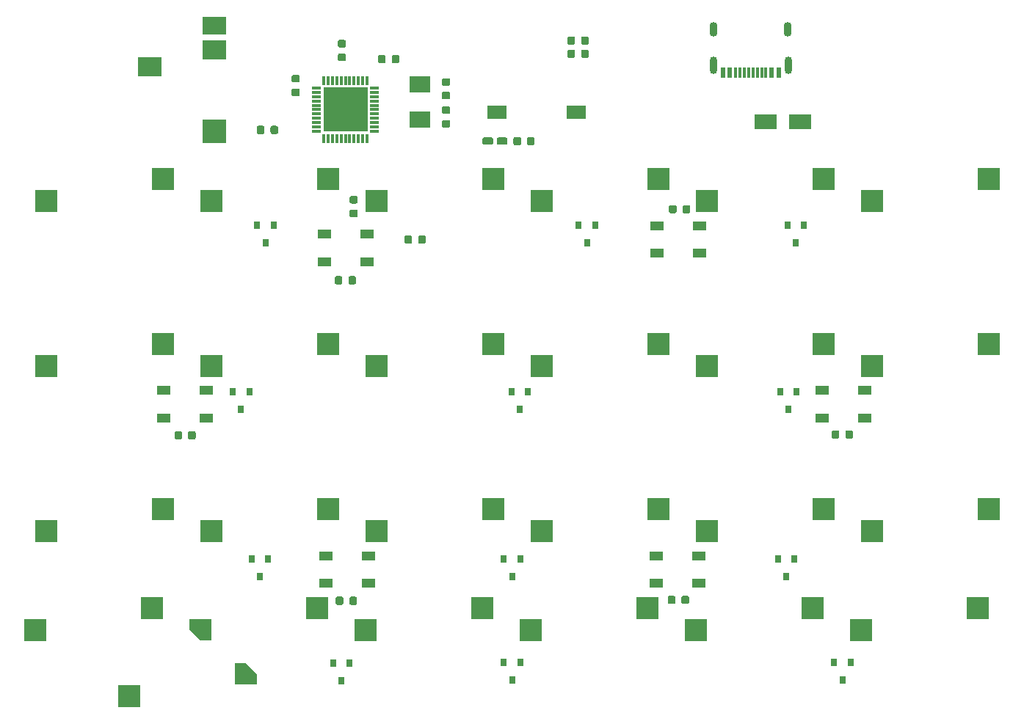
<source format=gbp>
G04 #@! TF.GenerationSoftware,KiCad,Pcbnew,(5.0.1-dev-70-gb7b125d83)*
G04 #@! TF.CreationDate,2019-02-27T23:36:49+01:00*
G04 #@! TF.ProjectId,vitamins_included,766974616D696E735F696E636C756465,rev?*
G04 #@! TF.SameCoordinates,Original*
G04 #@! TF.FileFunction,Paste,Bot*
G04 #@! TF.FilePolarity,Positive*
%FSLAX46Y46*%
G04 Gerber Fmt 4.6, Leading zero omitted, Abs format (unit mm)*
G04 Created by KiCad (PCBNEW (5.0.1-dev-70-gb7b125d83)) date 02/27/19 23:36:49*
%MOMM*%
%LPD*%
G01*
G04 APERTURE LIST*
%ADD10R,2.550000X2.500000*%
%ADD11C,0.100000*%
%ADD12C,0.875000*%
%ADD13R,0.800000X0.900000*%
%ADD14R,2.500000X1.800000*%
%ADD15R,2.400000X1.900000*%
%ADD16R,1.500000X1.000000*%
%ADD17R,5.080000X5.080000*%
%ADD18R,0.998220X0.299720*%
%ADD19R,0.299720X0.998220*%
%ADD20R,2.800000X2.800000*%
%ADD21R,2.800000X2.200000*%
%ADD22R,2.800000X2.000000*%
%ADD23C,1.000000*%
%ADD24R,0.600000X1.160000*%
%ADD25R,0.300000X1.160000*%
%ADD26O,0.900000X1.700000*%
%ADD27O,0.900000X2.000000*%
%ADD28R,2.180000X1.600000*%
%ADD29C,0.850000*%
G04 APERTURE END LIST*
D10*
G04 #@! TO.C,SW43*
X2140000Y-71460000D03*
X15590000Y-68920000D03*
G04 #@! TD*
D11*
G04 #@! TO.C,C6*
G36*
X49777691Y-11026053D02*
X49798926Y-11029203D01*
X49819750Y-11034419D01*
X49839962Y-11041651D01*
X49859368Y-11050830D01*
X49877781Y-11061866D01*
X49895024Y-11074654D01*
X49910930Y-11089070D01*
X49925346Y-11104976D01*
X49938134Y-11122219D01*
X49949170Y-11140632D01*
X49958349Y-11160038D01*
X49965581Y-11180250D01*
X49970797Y-11201074D01*
X49973947Y-11222309D01*
X49975000Y-11243750D01*
X49975000Y-11681250D01*
X49973947Y-11702691D01*
X49970797Y-11723926D01*
X49965581Y-11744750D01*
X49958349Y-11764962D01*
X49949170Y-11784368D01*
X49938134Y-11802781D01*
X49925346Y-11820024D01*
X49910930Y-11835930D01*
X49895024Y-11850346D01*
X49877781Y-11863134D01*
X49859368Y-11874170D01*
X49839962Y-11883349D01*
X49819750Y-11890581D01*
X49798926Y-11895797D01*
X49777691Y-11898947D01*
X49756250Y-11900000D01*
X49243750Y-11900000D01*
X49222309Y-11898947D01*
X49201074Y-11895797D01*
X49180250Y-11890581D01*
X49160038Y-11883349D01*
X49140632Y-11874170D01*
X49122219Y-11863134D01*
X49104976Y-11850346D01*
X49089070Y-11835930D01*
X49074654Y-11820024D01*
X49061866Y-11802781D01*
X49050830Y-11784368D01*
X49041651Y-11764962D01*
X49034419Y-11744750D01*
X49029203Y-11723926D01*
X49026053Y-11702691D01*
X49025000Y-11681250D01*
X49025000Y-11243750D01*
X49026053Y-11222309D01*
X49029203Y-11201074D01*
X49034419Y-11180250D01*
X49041651Y-11160038D01*
X49050830Y-11140632D01*
X49061866Y-11122219D01*
X49074654Y-11104976D01*
X49089070Y-11089070D01*
X49104976Y-11074654D01*
X49122219Y-11061866D01*
X49140632Y-11050830D01*
X49160038Y-11041651D01*
X49180250Y-11034419D01*
X49201074Y-11029203D01*
X49222309Y-11026053D01*
X49243750Y-11025000D01*
X49756250Y-11025000D01*
X49777691Y-11026053D01*
X49777691Y-11026053D01*
G37*
D12*
X49500000Y-11462500D03*
D11*
G36*
X49777691Y-12601053D02*
X49798926Y-12604203D01*
X49819750Y-12609419D01*
X49839962Y-12616651D01*
X49859368Y-12625830D01*
X49877781Y-12636866D01*
X49895024Y-12649654D01*
X49910930Y-12664070D01*
X49925346Y-12679976D01*
X49938134Y-12697219D01*
X49949170Y-12715632D01*
X49958349Y-12735038D01*
X49965581Y-12755250D01*
X49970797Y-12776074D01*
X49973947Y-12797309D01*
X49975000Y-12818750D01*
X49975000Y-13256250D01*
X49973947Y-13277691D01*
X49970797Y-13298926D01*
X49965581Y-13319750D01*
X49958349Y-13339962D01*
X49949170Y-13359368D01*
X49938134Y-13377781D01*
X49925346Y-13395024D01*
X49910930Y-13410930D01*
X49895024Y-13425346D01*
X49877781Y-13438134D01*
X49859368Y-13449170D01*
X49839962Y-13458349D01*
X49819750Y-13465581D01*
X49798926Y-13470797D01*
X49777691Y-13473947D01*
X49756250Y-13475000D01*
X49243750Y-13475000D01*
X49222309Y-13473947D01*
X49201074Y-13470797D01*
X49180250Y-13465581D01*
X49160038Y-13458349D01*
X49140632Y-13449170D01*
X49122219Y-13438134D01*
X49104976Y-13425346D01*
X49089070Y-13410930D01*
X49074654Y-13395024D01*
X49061866Y-13377781D01*
X49050830Y-13359368D01*
X49041651Y-13339962D01*
X49034419Y-13319750D01*
X49029203Y-13298926D01*
X49026053Y-13277691D01*
X49025000Y-13256250D01*
X49025000Y-12818750D01*
X49026053Y-12797309D01*
X49029203Y-12776074D01*
X49034419Y-12755250D01*
X49041651Y-12735038D01*
X49050830Y-12715632D01*
X49061866Y-12697219D01*
X49074654Y-12679976D01*
X49089070Y-12664070D01*
X49104976Y-12649654D01*
X49122219Y-12636866D01*
X49140632Y-12625830D01*
X49160038Y-12616651D01*
X49180250Y-12609419D01*
X49201074Y-12604203D01*
X49222309Y-12601053D01*
X49243750Y-12600000D01*
X49756250Y-12600000D01*
X49777691Y-12601053D01*
X49777691Y-12601053D01*
G37*
D12*
X49500000Y-13037500D03*
G04 #@! TD*
D10*
G04 #@! TO.C,SW39*
X54960000Y-57490000D03*
X41510000Y-60030000D03*
G04 #@! TD*
D13*
G04 #@! TO.C,D16*
X25850000Y-46000000D03*
X26800000Y-44000000D03*
X24900000Y-44000000D03*
G04 #@! TD*
D14*
G04 #@! TO.C,D26*
X90350000Y-12850000D03*
X86350000Y-12850000D03*
G04 #@! TD*
D10*
G04 #@! TO.C,SW35*
X93060000Y-38440000D03*
X79610000Y-40980000D03*
G04 #@! TD*
D13*
G04 #@! TO.C,D14*
X64794000Y-24788000D03*
X66694000Y-24788000D03*
X65744000Y-26788000D03*
G04 #@! TD*
D10*
G04 #@! TO.C,SW45*
X40240000Y-71460000D03*
X53690000Y-68920000D03*
G04 #@! TD*
G04 #@! TO.C,SW40*
X74010000Y-57490000D03*
X60560000Y-60030000D03*
G04 #@! TD*
D13*
G04 #@! TO.C,D23*
X57108000Y-77207000D03*
X58058000Y-75207000D03*
X56158000Y-75207000D03*
G04 #@! TD*
D10*
G04 #@! TO.C,SW38*
X35910000Y-57490000D03*
X22460000Y-60030000D03*
G04 #@! TD*
G04 #@! TO.C,SW48*
X97390000Y-71460000D03*
X110840000Y-68920000D03*
G04 #@! TD*
D15*
G04 #@! TO.C,Y2*
X46500000Y-8450000D03*
X46500000Y-12550000D03*
G04 #@! TD*
D13*
G04 #@! TO.C,D21*
X88731000Y-65269000D03*
X89681000Y-63269000D03*
X87781000Y-63269000D03*
G04 #@! TD*
D16*
G04 #@! TO.C,D36*
X16950000Y-47000000D03*
X16950000Y-43800000D03*
X21850000Y-47000000D03*
X21850000Y-43800000D03*
G04 #@! TD*
D13*
G04 #@! TO.C,D13*
X28660000Y-26788000D03*
X29610000Y-24788000D03*
X27710000Y-24788000D03*
G04 #@! TD*
G04 #@! TO.C,D20*
X56158000Y-63269000D03*
X58058000Y-63269000D03*
X57108000Y-65269000D03*
G04 #@! TD*
G04 #@! TO.C,D17*
X57047000Y-43965000D03*
X58947000Y-43965000D03*
X57997000Y-45965000D03*
G04 #@! TD*
D17*
G04 #@! TO.C,U2*
X37892518Y-11411000D03*
D18*
X34544798Y-8911640D03*
X34544798Y-9412020D03*
X34544798Y-9912400D03*
X34544798Y-10412780D03*
X34544798Y-10913160D03*
X34544798Y-11411000D03*
X34544798Y-11908840D03*
X34544798Y-12409220D03*
X34544798Y-12909600D03*
X34544798Y-13409980D03*
X34544798Y-13910360D03*
D19*
X35393158Y-14758720D03*
X35893538Y-14758720D03*
X36393918Y-14758720D03*
X36894298Y-14758720D03*
X37394678Y-14758720D03*
X37892518Y-14758720D03*
X38390358Y-14758720D03*
X38890738Y-14758720D03*
X39391118Y-14758720D03*
X39891498Y-14758720D03*
X40391878Y-14758720D03*
D18*
X41240238Y-13910360D03*
X41240238Y-13409980D03*
X41240238Y-12909600D03*
X41240238Y-12409220D03*
X41240238Y-11908840D03*
X41240238Y-11411000D03*
X41240238Y-10913160D03*
X41240238Y-10412780D03*
X41240238Y-9912400D03*
X41240238Y-9412020D03*
X41240238Y-8911640D03*
D19*
X40391878Y-8063280D03*
X39891498Y-8063280D03*
X39391118Y-8063280D03*
X38890738Y-8063280D03*
X38390358Y-8063280D03*
X37892518Y-8063280D03*
X37394678Y-8063280D03*
X36894298Y-8063280D03*
X36393918Y-8063280D03*
X35893538Y-8063280D03*
X35393158Y-8063280D03*
G04 #@! TD*
D13*
G04 #@! TO.C,D24*
X95208000Y-77207000D03*
X96158000Y-75207000D03*
X94258000Y-75207000D03*
G04 #@! TD*
D10*
G04 #@! TO.C,SW46*
X59290000Y-71460000D03*
X72740000Y-68920000D03*
G04 #@! TD*
D11*
G04 #@! TO.C,C8*
G36*
X37770691Y-4939453D02*
X37791926Y-4942603D01*
X37812750Y-4947819D01*
X37832962Y-4955051D01*
X37852368Y-4964230D01*
X37870781Y-4975266D01*
X37888024Y-4988054D01*
X37903930Y-5002470D01*
X37918346Y-5018376D01*
X37931134Y-5035619D01*
X37942170Y-5054032D01*
X37951349Y-5073438D01*
X37958581Y-5093650D01*
X37963797Y-5114474D01*
X37966947Y-5135709D01*
X37968000Y-5157150D01*
X37968000Y-5594650D01*
X37966947Y-5616091D01*
X37963797Y-5637326D01*
X37958581Y-5658150D01*
X37951349Y-5678362D01*
X37942170Y-5697768D01*
X37931134Y-5716181D01*
X37918346Y-5733424D01*
X37903930Y-5749330D01*
X37888024Y-5763746D01*
X37870781Y-5776534D01*
X37852368Y-5787570D01*
X37832962Y-5796749D01*
X37812750Y-5803981D01*
X37791926Y-5809197D01*
X37770691Y-5812347D01*
X37749250Y-5813400D01*
X37236750Y-5813400D01*
X37215309Y-5812347D01*
X37194074Y-5809197D01*
X37173250Y-5803981D01*
X37153038Y-5796749D01*
X37133632Y-5787570D01*
X37115219Y-5776534D01*
X37097976Y-5763746D01*
X37082070Y-5749330D01*
X37067654Y-5733424D01*
X37054866Y-5716181D01*
X37043830Y-5697768D01*
X37034651Y-5678362D01*
X37027419Y-5658150D01*
X37022203Y-5637326D01*
X37019053Y-5616091D01*
X37018000Y-5594650D01*
X37018000Y-5157150D01*
X37019053Y-5135709D01*
X37022203Y-5114474D01*
X37027419Y-5093650D01*
X37034651Y-5073438D01*
X37043830Y-5054032D01*
X37054866Y-5035619D01*
X37067654Y-5018376D01*
X37082070Y-5002470D01*
X37097976Y-4988054D01*
X37115219Y-4975266D01*
X37133632Y-4964230D01*
X37153038Y-4955051D01*
X37173250Y-4947819D01*
X37194074Y-4942603D01*
X37215309Y-4939453D01*
X37236750Y-4938400D01*
X37749250Y-4938400D01*
X37770691Y-4939453D01*
X37770691Y-4939453D01*
G37*
D12*
X37493000Y-5375900D03*
D11*
G36*
X37770691Y-3364453D02*
X37791926Y-3367603D01*
X37812750Y-3372819D01*
X37832962Y-3380051D01*
X37852368Y-3389230D01*
X37870781Y-3400266D01*
X37888024Y-3413054D01*
X37903930Y-3427470D01*
X37918346Y-3443376D01*
X37931134Y-3460619D01*
X37942170Y-3479032D01*
X37951349Y-3498438D01*
X37958581Y-3518650D01*
X37963797Y-3539474D01*
X37966947Y-3560709D01*
X37968000Y-3582150D01*
X37968000Y-4019650D01*
X37966947Y-4041091D01*
X37963797Y-4062326D01*
X37958581Y-4083150D01*
X37951349Y-4103362D01*
X37942170Y-4122768D01*
X37931134Y-4141181D01*
X37918346Y-4158424D01*
X37903930Y-4174330D01*
X37888024Y-4188746D01*
X37870781Y-4201534D01*
X37852368Y-4212570D01*
X37832962Y-4221749D01*
X37812750Y-4228981D01*
X37791926Y-4234197D01*
X37770691Y-4237347D01*
X37749250Y-4238400D01*
X37236750Y-4238400D01*
X37215309Y-4237347D01*
X37194074Y-4234197D01*
X37173250Y-4228981D01*
X37153038Y-4221749D01*
X37133632Y-4212570D01*
X37115219Y-4201534D01*
X37097976Y-4188746D01*
X37082070Y-4174330D01*
X37067654Y-4158424D01*
X37054866Y-4141181D01*
X37043830Y-4122768D01*
X37034651Y-4103362D01*
X37027419Y-4083150D01*
X37022203Y-4062326D01*
X37019053Y-4041091D01*
X37018000Y-4019650D01*
X37018000Y-3582150D01*
X37019053Y-3560709D01*
X37022203Y-3539474D01*
X37027419Y-3518650D01*
X37034651Y-3498438D01*
X37043830Y-3479032D01*
X37054866Y-3460619D01*
X37067654Y-3443376D01*
X37082070Y-3427470D01*
X37097976Y-3413054D01*
X37115219Y-3400266D01*
X37133632Y-3389230D01*
X37153038Y-3380051D01*
X37173250Y-3372819D01*
X37194074Y-3367603D01*
X37215309Y-3364453D01*
X37236750Y-3363400D01*
X37749250Y-3363400D01*
X37770691Y-3364453D01*
X37770691Y-3364453D01*
G37*
D12*
X37493000Y-3800900D03*
G04 #@! TD*
D11*
G04 #@! TO.C,R10*
G36*
X46959691Y-25949053D02*
X46980926Y-25952203D01*
X47001750Y-25957419D01*
X47021962Y-25964651D01*
X47041368Y-25973830D01*
X47059781Y-25984866D01*
X47077024Y-25997654D01*
X47092930Y-26012070D01*
X47107346Y-26027976D01*
X47120134Y-26045219D01*
X47131170Y-26063632D01*
X47140349Y-26083038D01*
X47147581Y-26103250D01*
X47152797Y-26124074D01*
X47155947Y-26145309D01*
X47157000Y-26166750D01*
X47157000Y-26679250D01*
X47155947Y-26700691D01*
X47152797Y-26721926D01*
X47147581Y-26742750D01*
X47140349Y-26762962D01*
X47131170Y-26782368D01*
X47120134Y-26800781D01*
X47107346Y-26818024D01*
X47092930Y-26833930D01*
X47077024Y-26848346D01*
X47059781Y-26861134D01*
X47041368Y-26872170D01*
X47021962Y-26881349D01*
X47001750Y-26888581D01*
X46980926Y-26893797D01*
X46959691Y-26896947D01*
X46938250Y-26898000D01*
X46500750Y-26898000D01*
X46479309Y-26896947D01*
X46458074Y-26893797D01*
X46437250Y-26888581D01*
X46417038Y-26881349D01*
X46397632Y-26872170D01*
X46379219Y-26861134D01*
X46361976Y-26848346D01*
X46346070Y-26833930D01*
X46331654Y-26818024D01*
X46318866Y-26800781D01*
X46307830Y-26782368D01*
X46298651Y-26762962D01*
X46291419Y-26742750D01*
X46286203Y-26721926D01*
X46283053Y-26700691D01*
X46282000Y-26679250D01*
X46282000Y-26166750D01*
X46283053Y-26145309D01*
X46286203Y-26124074D01*
X46291419Y-26103250D01*
X46298651Y-26083038D01*
X46307830Y-26063632D01*
X46318866Y-26045219D01*
X46331654Y-26027976D01*
X46346070Y-26012070D01*
X46361976Y-25997654D01*
X46379219Y-25984866D01*
X46397632Y-25973830D01*
X46417038Y-25964651D01*
X46437250Y-25957419D01*
X46458074Y-25952203D01*
X46479309Y-25949053D01*
X46500750Y-25948000D01*
X46938250Y-25948000D01*
X46959691Y-25949053D01*
X46959691Y-25949053D01*
G37*
D12*
X46719500Y-26423000D03*
D11*
G36*
X45384691Y-25949053D02*
X45405926Y-25952203D01*
X45426750Y-25957419D01*
X45446962Y-25964651D01*
X45466368Y-25973830D01*
X45484781Y-25984866D01*
X45502024Y-25997654D01*
X45517930Y-26012070D01*
X45532346Y-26027976D01*
X45545134Y-26045219D01*
X45556170Y-26063632D01*
X45565349Y-26083038D01*
X45572581Y-26103250D01*
X45577797Y-26124074D01*
X45580947Y-26145309D01*
X45582000Y-26166750D01*
X45582000Y-26679250D01*
X45580947Y-26700691D01*
X45577797Y-26721926D01*
X45572581Y-26742750D01*
X45565349Y-26762962D01*
X45556170Y-26782368D01*
X45545134Y-26800781D01*
X45532346Y-26818024D01*
X45517930Y-26833930D01*
X45502024Y-26848346D01*
X45484781Y-26861134D01*
X45466368Y-26872170D01*
X45446962Y-26881349D01*
X45426750Y-26888581D01*
X45405926Y-26893797D01*
X45384691Y-26896947D01*
X45363250Y-26898000D01*
X44925750Y-26898000D01*
X44904309Y-26896947D01*
X44883074Y-26893797D01*
X44862250Y-26888581D01*
X44842038Y-26881349D01*
X44822632Y-26872170D01*
X44804219Y-26861134D01*
X44786976Y-26848346D01*
X44771070Y-26833930D01*
X44756654Y-26818024D01*
X44743866Y-26800781D01*
X44732830Y-26782368D01*
X44723651Y-26762962D01*
X44716419Y-26742750D01*
X44711203Y-26721926D01*
X44708053Y-26700691D01*
X44707000Y-26679250D01*
X44707000Y-26166750D01*
X44708053Y-26145309D01*
X44711203Y-26124074D01*
X44716419Y-26103250D01*
X44723651Y-26083038D01*
X44732830Y-26063632D01*
X44743866Y-26045219D01*
X44756654Y-26027976D01*
X44771070Y-26012070D01*
X44786976Y-25997654D01*
X44804219Y-25984866D01*
X44822632Y-25973830D01*
X44842038Y-25964651D01*
X44862250Y-25957419D01*
X44883074Y-25952203D01*
X44904309Y-25949053D01*
X44925750Y-25948000D01*
X45363250Y-25948000D01*
X45384691Y-25949053D01*
X45384691Y-25949053D01*
G37*
D12*
X45144500Y-26423000D03*
G04 #@! TD*
D10*
G04 #@! TO.C,SW33*
X54960000Y-38440000D03*
X41510000Y-40980000D03*
G04 #@! TD*
D13*
G04 #@! TO.C,D15*
X89835000Y-26788000D03*
X90785000Y-24788000D03*
X88885000Y-24788000D03*
G04 #@! TD*
G04 #@! TO.C,D19*
X28025000Y-65269000D03*
X28975000Y-63269000D03*
X27075000Y-63269000D03*
G04 #@! TD*
D16*
G04 #@! TO.C,D37*
X40550000Y-62900000D03*
X40550000Y-66100000D03*
X35650000Y-62900000D03*
X35650000Y-66100000D03*
G04 #@! TD*
D10*
G04 #@! TO.C,SW32*
X35910000Y-38440000D03*
X22460000Y-40980000D03*
G04 #@! TD*
D13*
G04 #@! TO.C,D22*
X36473000Y-75334000D03*
X38373000Y-75334000D03*
X37423000Y-77334000D03*
G04 #@! TD*
D11*
G04 #@! TO.C,C19*
G36*
X94652691Y-48426053D02*
X94673926Y-48429203D01*
X94694750Y-48434419D01*
X94714962Y-48441651D01*
X94734368Y-48450830D01*
X94752781Y-48461866D01*
X94770024Y-48474654D01*
X94785930Y-48489070D01*
X94800346Y-48504976D01*
X94813134Y-48522219D01*
X94824170Y-48540632D01*
X94833349Y-48560038D01*
X94840581Y-48580250D01*
X94845797Y-48601074D01*
X94848947Y-48622309D01*
X94850000Y-48643750D01*
X94850000Y-49156250D01*
X94848947Y-49177691D01*
X94845797Y-49198926D01*
X94840581Y-49219750D01*
X94833349Y-49239962D01*
X94824170Y-49259368D01*
X94813134Y-49277781D01*
X94800346Y-49295024D01*
X94785930Y-49310930D01*
X94770024Y-49325346D01*
X94752781Y-49338134D01*
X94734368Y-49349170D01*
X94714962Y-49358349D01*
X94694750Y-49365581D01*
X94673926Y-49370797D01*
X94652691Y-49373947D01*
X94631250Y-49375000D01*
X94193750Y-49375000D01*
X94172309Y-49373947D01*
X94151074Y-49370797D01*
X94130250Y-49365581D01*
X94110038Y-49358349D01*
X94090632Y-49349170D01*
X94072219Y-49338134D01*
X94054976Y-49325346D01*
X94039070Y-49310930D01*
X94024654Y-49295024D01*
X94011866Y-49277781D01*
X94000830Y-49259368D01*
X93991651Y-49239962D01*
X93984419Y-49219750D01*
X93979203Y-49198926D01*
X93976053Y-49177691D01*
X93975000Y-49156250D01*
X93975000Y-48643750D01*
X93976053Y-48622309D01*
X93979203Y-48601074D01*
X93984419Y-48580250D01*
X93991651Y-48560038D01*
X94000830Y-48540632D01*
X94011866Y-48522219D01*
X94024654Y-48504976D01*
X94039070Y-48489070D01*
X94054976Y-48474654D01*
X94072219Y-48461866D01*
X94090632Y-48450830D01*
X94110038Y-48441651D01*
X94130250Y-48434419D01*
X94151074Y-48429203D01*
X94172309Y-48426053D01*
X94193750Y-48425000D01*
X94631250Y-48425000D01*
X94652691Y-48426053D01*
X94652691Y-48426053D01*
G37*
D12*
X94412500Y-48900000D03*
D11*
G36*
X96227691Y-48426053D02*
X96248926Y-48429203D01*
X96269750Y-48434419D01*
X96289962Y-48441651D01*
X96309368Y-48450830D01*
X96327781Y-48461866D01*
X96345024Y-48474654D01*
X96360930Y-48489070D01*
X96375346Y-48504976D01*
X96388134Y-48522219D01*
X96399170Y-48540632D01*
X96408349Y-48560038D01*
X96415581Y-48580250D01*
X96420797Y-48601074D01*
X96423947Y-48622309D01*
X96425000Y-48643750D01*
X96425000Y-49156250D01*
X96423947Y-49177691D01*
X96420797Y-49198926D01*
X96415581Y-49219750D01*
X96408349Y-49239962D01*
X96399170Y-49259368D01*
X96388134Y-49277781D01*
X96375346Y-49295024D01*
X96360930Y-49310930D01*
X96345024Y-49325346D01*
X96327781Y-49338134D01*
X96309368Y-49349170D01*
X96289962Y-49358349D01*
X96269750Y-49365581D01*
X96248926Y-49370797D01*
X96227691Y-49373947D01*
X96206250Y-49375000D01*
X95768750Y-49375000D01*
X95747309Y-49373947D01*
X95726074Y-49370797D01*
X95705250Y-49365581D01*
X95685038Y-49358349D01*
X95665632Y-49349170D01*
X95647219Y-49338134D01*
X95629976Y-49325346D01*
X95614070Y-49310930D01*
X95599654Y-49295024D01*
X95586866Y-49277781D01*
X95575830Y-49259368D01*
X95566651Y-49239962D01*
X95559419Y-49219750D01*
X95554203Y-49198926D01*
X95551053Y-49177691D01*
X95550000Y-49156250D01*
X95550000Y-48643750D01*
X95551053Y-48622309D01*
X95554203Y-48601074D01*
X95559419Y-48580250D01*
X95566651Y-48560038D01*
X95575830Y-48540632D01*
X95586866Y-48522219D01*
X95599654Y-48504976D01*
X95614070Y-48489070D01*
X95629976Y-48474654D01*
X95647219Y-48461866D01*
X95665632Y-48450830D01*
X95685038Y-48441651D01*
X95705250Y-48434419D01*
X95726074Y-48429203D01*
X95747309Y-48426053D01*
X95768750Y-48425000D01*
X96206250Y-48425000D01*
X96227691Y-48426053D01*
X96227691Y-48426053D01*
G37*
D12*
X95987500Y-48900000D03*
G04 #@! TD*
D11*
G04 #@! TO.C,C17*
G36*
X39027691Y-67626053D02*
X39048926Y-67629203D01*
X39069750Y-67634419D01*
X39089962Y-67641651D01*
X39109368Y-67650830D01*
X39127781Y-67661866D01*
X39145024Y-67674654D01*
X39160930Y-67689070D01*
X39175346Y-67704976D01*
X39188134Y-67722219D01*
X39199170Y-67740632D01*
X39208349Y-67760038D01*
X39215581Y-67780250D01*
X39220797Y-67801074D01*
X39223947Y-67822309D01*
X39225000Y-67843750D01*
X39225000Y-68356250D01*
X39223947Y-68377691D01*
X39220797Y-68398926D01*
X39215581Y-68419750D01*
X39208349Y-68439962D01*
X39199170Y-68459368D01*
X39188134Y-68477781D01*
X39175346Y-68495024D01*
X39160930Y-68510930D01*
X39145024Y-68525346D01*
X39127781Y-68538134D01*
X39109368Y-68549170D01*
X39089962Y-68558349D01*
X39069750Y-68565581D01*
X39048926Y-68570797D01*
X39027691Y-68573947D01*
X39006250Y-68575000D01*
X38568750Y-68575000D01*
X38547309Y-68573947D01*
X38526074Y-68570797D01*
X38505250Y-68565581D01*
X38485038Y-68558349D01*
X38465632Y-68549170D01*
X38447219Y-68538134D01*
X38429976Y-68525346D01*
X38414070Y-68510930D01*
X38399654Y-68495024D01*
X38386866Y-68477781D01*
X38375830Y-68459368D01*
X38366651Y-68439962D01*
X38359419Y-68419750D01*
X38354203Y-68398926D01*
X38351053Y-68377691D01*
X38350000Y-68356250D01*
X38350000Y-67843750D01*
X38351053Y-67822309D01*
X38354203Y-67801074D01*
X38359419Y-67780250D01*
X38366651Y-67760038D01*
X38375830Y-67740632D01*
X38386866Y-67722219D01*
X38399654Y-67704976D01*
X38414070Y-67689070D01*
X38429976Y-67674654D01*
X38447219Y-67661866D01*
X38465632Y-67650830D01*
X38485038Y-67641651D01*
X38505250Y-67634419D01*
X38526074Y-67629203D01*
X38547309Y-67626053D01*
X38568750Y-67625000D01*
X39006250Y-67625000D01*
X39027691Y-67626053D01*
X39027691Y-67626053D01*
G37*
D12*
X38787500Y-68100000D03*
D11*
G36*
X37452691Y-67626053D02*
X37473926Y-67629203D01*
X37494750Y-67634419D01*
X37514962Y-67641651D01*
X37534368Y-67650830D01*
X37552781Y-67661866D01*
X37570024Y-67674654D01*
X37585930Y-67689070D01*
X37600346Y-67704976D01*
X37613134Y-67722219D01*
X37624170Y-67740632D01*
X37633349Y-67760038D01*
X37640581Y-67780250D01*
X37645797Y-67801074D01*
X37648947Y-67822309D01*
X37650000Y-67843750D01*
X37650000Y-68356250D01*
X37648947Y-68377691D01*
X37645797Y-68398926D01*
X37640581Y-68419750D01*
X37633349Y-68439962D01*
X37624170Y-68459368D01*
X37613134Y-68477781D01*
X37600346Y-68495024D01*
X37585930Y-68510930D01*
X37570024Y-68525346D01*
X37552781Y-68538134D01*
X37534368Y-68549170D01*
X37514962Y-68558349D01*
X37494750Y-68565581D01*
X37473926Y-68570797D01*
X37452691Y-68573947D01*
X37431250Y-68575000D01*
X36993750Y-68575000D01*
X36972309Y-68573947D01*
X36951074Y-68570797D01*
X36930250Y-68565581D01*
X36910038Y-68558349D01*
X36890632Y-68549170D01*
X36872219Y-68538134D01*
X36854976Y-68525346D01*
X36839070Y-68510930D01*
X36824654Y-68495024D01*
X36811866Y-68477781D01*
X36800830Y-68459368D01*
X36791651Y-68439962D01*
X36784419Y-68419750D01*
X36779203Y-68398926D01*
X36776053Y-68377691D01*
X36775000Y-68356250D01*
X36775000Y-67843750D01*
X36776053Y-67822309D01*
X36779203Y-67801074D01*
X36784419Y-67780250D01*
X36791651Y-67760038D01*
X36800830Y-67740632D01*
X36811866Y-67722219D01*
X36824654Y-67704976D01*
X36839070Y-67689070D01*
X36854976Y-67674654D01*
X36872219Y-67661866D01*
X36890632Y-67650830D01*
X36910038Y-67641651D01*
X36930250Y-67634419D01*
X36951074Y-67629203D01*
X36972309Y-67626053D01*
X36993750Y-67625000D01*
X37431250Y-67625000D01*
X37452691Y-67626053D01*
X37452691Y-67626053D01*
G37*
D12*
X37212500Y-68100000D03*
G04 #@! TD*
D11*
G04 #@! TO.C,C18*
G36*
X77465191Y-22426053D02*
X77486426Y-22429203D01*
X77507250Y-22434419D01*
X77527462Y-22441651D01*
X77546868Y-22450830D01*
X77565281Y-22461866D01*
X77582524Y-22474654D01*
X77598430Y-22489070D01*
X77612846Y-22504976D01*
X77625634Y-22522219D01*
X77636670Y-22540632D01*
X77645849Y-22560038D01*
X77653081Y-22580250D01*
X77658297Y-22601074D01*
X77661447Y-22622309D01*
X77662500Y-22643750D01*
X77662500Y-23156250D01*
X77661447Y-23177691D01*
X77658297Y-23198926D01*
X77653081Y-23219750D01*
X77645849Y-23239962D01*
X77636670Y-23259368D01*
X77625634Y-23277781D01*
X77612846Y-23295024D01*
X77598430Y-23310930D01*
X77582524Y-23325346D01*
X77565281Y-23338134D01*
X77546868Y-23349170D01*
X77527462Y-23358349D01*
X77507250Y-23365581D01*
X77486426Y-23370797D01*
X77465191Y-23373947D01*
X77443750Y-23375000D01*
X77006250Y-23375000D01*
X76984809Y-23373947D01*
X76963574Y-23370797D01*
X76942750Y-23365581D01*
X76922538Y-23358349D01*
X76903132Y-23349170D01*
X76884719Y-23338134D01*
X76867476Y-23325346D01*
X76851570Y-23310930D01*
X76837154Y-23295024D01*
X76824366Y-23277781D01*
X76813330Y-23259368D01*
X76804151Y-23239962D01*
X76796919Y-23219750D01*
X76791703Y-23198926D01*
X76788553Y-23177691D01*
X76787500Y-23156250D01*
X76787500Y-22643750D01*
X76788553Y-22622309D01*
X76791703Y-22601074D01*
X76796919Y-22580250D01*
X76804151Y-22560038D01*
X76813330Y-22540632D01*
X76824366Y-22522219D01*
X76837154Y-22504976D01*
X76851570Y-22489070D01*
X76867476Y-22474654D01*
X76884719Y-22461866D01*
X76903132Y-22450830D01*
X76922538Y-22441651D01*
X76942750Y-22434419D01*
X76963574Y-22429203D01*
X76984809Y-22426053D01*
X77006250Y-22425000D01*
X77443750Y-22425000D01*
X77465191Y-22426053D01*
X77465191Y-22426053D01*
G37*
D12*
X77225000Y-22900000D03*
D11*
G36*
X75890191Y-22426053D02*
X75911426Y-22429203D01*
X75932250Y-22434419D01*
X75952462Y-22441651D01*
X75971868Y-22450830D01*
X75990281Y-22461866D01*
X76007524Y-22474654D01*
X76023430Y-22489070D01*
X76037846Y-22504976D01*
X76050634Y-22522219D01*
X76061670Y-22540632D01*
X76070849Y-22560038D01*
X76078081Y-22580250D01*
X76083297Y-22601074D01*
X76086447Y-22622309D01*
X76087500Y-22643750D01*
X76087500Y-23156250D01*
X76086447Y-23177691D01*
X76083297Y-23198926D01*
X76078081Y-23219750D01*
X76070849Y-23239962D01*
X76061670Y-23259368D01*
X76050634Y-23277781D01*
X76037846Y-23295024D01*
X76023430Y-23310930D01*
X76007524Y-23325346D01*
X75990281Y-23338134D01*
X75971868Y-23349170D01*
X75952462Y-23358349D01*
X75932250Y-23365581D01*
X75911426Y-23370797D01*
X75890191Y-23373947D01*
X75868750Y-23375000D01*
X75431250Y-23375000D01*
X75409809Y-23373947D01*
X75388574Y-23370797D01*
X75367750Y-23365581D01*
X75347538Y-23358349D01*
X75328132Y-23349170D01*
X75309719Y-23338134D01*
X75292476Y-23325346D01*
X75276570Y-23310930D01*
X75262154Y-23295024D01*
X75249366Y-23277781D01*
X75238330Y-23259368D01*
X75229151Y-23239962D01*
X75221919Y-23219750D01*
X75216703Y-23198926D01*
X75213553Y-23177691D01*
X75212500Y-23156250D01*
X75212500Y-22643750D01*
X75213553Y-22622309D01*
X75216703Y-22601074D01*
X75221919Y-22580250D01*
X75229151Y-22560038D01*
X75238330Y-22540632D01*
X75249366Y-22522219D01*
X75262154Y-22504976D01*
X75276570Y-22489070D01*
X75292476Y-22474654D01*
X75309719Y-22461866D01*
X75328132Y-22450830D01*
X75347538Y-22441651D01*
X75367750Y-22434419D01*
X75388574Y-22429203D01*
X75409809Y-22426053D01*
X75431250Y-22425000D01*
X75868750Y-22425000D01*
X75890191Y-22426053D01*
X75890191Y-22426053D01*
G37*
D12*
X75650000Y-22900000D03*
G04 #@! TD*
D16*
G04 #@! TO.C,D39*
X97750000Y-43800000D03*
X97750000Y-47000000D03*
X92850000Y-43800000D03*
X92850000Y-47000000D03*
G04 #@! TD*
D11*
G04 #@! TO.C,C16*
G36*
X18852691Y-48526053D02*
X18873926Y-48529203D01*
X18894750Y-48534419D01*
X18914962Y-48541651D01*
X18934368Y-48550830D01*
X18952781Y-48561866D01*
X18970024Y-48574654D01*
X18985930Y-48589070D01*
X19000346Y-48604976D01*
X19013134Y-48622219D01*
X19024170Y-48640632D01*
X19033349Y-48660038D01*
X19040581Y-48680250D01*
X19045797Y-48701074D01*
X19048947Y-48722309D01*
X19050000Y-48743750D01*
X19050000Y-49256250D01*
X19048947Y-49277691D01*
X19045797Y-49298926D01*
X19040581Y-49319750D01*
X19033349Y-49339962D01*
X19024170Y-49359368D01*
X19013134Y-49377781D01*
X19000346Y-49395024D01*
X18985930Y-49410930D01*
X18970024Y-49425346D01*
X18952781Y-49438134D01*
X18934368Y-49449170D01*
X18914962Y-49458349D01*
X18894750Y-49465581D01*
X18873926Y-49470797D01*
X18852691Y-49473947D01*
X18831250Y-49475000D01*
X18393750Y-49475000D01*
X18372309Y-49473947D01*
X18351074Y-49470797D01*
X18330250Y-49465581D01*
X18310038Y-49458349D01*
X18290632Y-49449170D01*
X18272219Y-49438134D01*
X18254976Y-49425346D01*
X18239070Y-49410930D01*
X18224654Y-49395024D01*
X18211866Y-49377781D01*
X18200830Y-49359368D01*
X18191651Y-49339962D01*
X18184419Y-49319750D01*
X18179203Y-49298926D01*
X18176053Y-49277691D01*
X18175000Y-49256250D01*
X18175000Y-48743750D01*
X18176053Y-48722309D01*
X18179203Y-48701074D01*
X18184419Y-48680250D01*
X18191651Y-48660038D01*
X18200830Y-48640632D01*
X18211866Y-48622219D01*
X18224654Y-48604976D01*
X18239070Y-48589070D01*
X18254976Y-48574654D01*
X18272219Y-48561866D01*
X18290632Y-48550830D01*
X18310038Y-48541651D01*
X18330250Y-48534419D01*
X18351074Y-48529203D01*
X18372309Y-48526053D01*
X18393750Y-48525000D01*
X18831250Y-48525000D01*
X18852691Y-48526053D01*
X18852691Y-48526053D01*
G37*
D12*
X18612500Y-49000000D03*
D11*
G36*
X20427691Y-48526053D02*
X20448926Y-48529203D01*
X20469750Y-48534419D01*
X20489962Y-48541651D01*
X20509368Y-48550830D01*
X20527781Y-48561866D01*
X20545024Y-48574654D01*
X20560930Y-48589070D01*
X20575346Y-48604976D01*
X20588134Y-48622219D01*
X20599170Y-48640632D01*
X20608349Y-48660038D01*
X20615581Y-48680250D01*
X20620797Y-48701074D01*
X20623947Y-48722309D01*
X20625000Y-48743750D01*
X20625000Y-49256250D01*
X20623947Y-49277691D01*
X20620797Y-49298926D01*
X20615581Y-49319750D01*
X20608349Y-49339962D01*
X20599170Y-49359368D01*
X20588134Y-49377781D01*
X20575346Y-49395024D01*
X20560930Y-49410930D01*
X20545024Y-49425346D01*
X20527781Y-49438134D01*
X20509368Y-49449170D01*
X20489962Y-49458349D01*
X20469750Y-49465581D01*
X20448926Y-49470797D01*
X20427691Y-49473947D01*
X20406250Y-49475000D01*
X19968750Y-49475000D01*
X19947309Y-49473947D01*
X19926074Y-49470797D01*
X19905250Y-49465581D01*
X19885038Y-49458349D01*
X19865632Y-49449170D01*
X19847219Y-49438134D01*
X19829976Y-49425346D01*
X19814070Y-49410930D01*
X19799654Y-49395024D01*
X19786866Y-49377781D01*
X19775830Y-49359368D01*
X19766651Y-49339962D01*
X19759419Y-49319750D01*
X19754203Y-49298926D01*
X19751053Y-49277691D01*
X19750000Y-49256250D01*
X19750000Y-48743750D01*
X19751053Y-48722309D01*
X19754203Y-48701074D01*
X19759419Y-48680250D01*
X19766651Y-48660038D01*
X19775830Y-48640632D01*
X19786866Y-48622219D01*
X19799654Y-48604976D01*
X19814070Y-48589070D01*
X19829976Y-48574654D01*
X19847219Y-48561866D01*
X19865632Y-48550830D01*
X19885038Y-48541651D01*
X19905250Y-48534419D01*
X19926074Y-48529203D01*
X19947309Y-48526053D01*
X19968750Y-48525000D01*
X20406250Y-48525000D01*
X20427691Y-48526053D01*
X20427691Y-48526053D01*
G37*
D12*
X20187500Y-49000000D03*
G04 #@! TD*
D11*
G04 #@! TO.C,C20*
G36*
X77327691Y-67526053D02*
X77348926Y-67529203D01*
X77369750Y-67534419D01*
X77389962Y-67541651D01*
X77409368Y-67550830D01*
X77427781Y-67561866D01*
X77445024Y-67574654D01*
X77460930Y-67589070D01*
X77475346Y-67604976D01*
X77488134Y-67622219D01*
X77499170Y-67640632D01*
X77508349Y-67660038D01*
X77515581Y-67680250D01*
X77520797Y-67701074D01*
X77523947Y-67722309D01*
X77525000Y-67743750D01*
X77525000Y-68256250D01*
X77523947Y-68277691D01*
X77520797Y-68298926D01*
X77515581Y-68319750D01*
X77508349Y-68339962D01*
X77499170Y-68359368D01*
X77488134Y-68377781D01*
X77475346Y-68395024D01*
X77460930Y-68410930D01*
X77445024Y-68425346D01*
X77427781Y-68438134D01*
X77409368Y-68449170D01*
X77389962Y-68458349D01*
X77369750Y-68465581D01*
X77348926Y-68470797D01*
X77327691Y-68473947D01*
X77306250Y-68475000D01*
X76868750Y-68475000D01*
X76847309Y-68473947D01*
X76826074Y-68470797D01*
X76805250Y-68465581D01*
X76785038Y-68458349D01*
X76765632Y-68449170D01*
X76747219Y-68438134D01*
X76729976Y-68425346D01*
X76714070Y-68410930D01*
X76699654Y-68395024D01*
X76686866Y-68377781D01*
X76675830Y-68359368D01*
X76666651Y-68339962D01*
X76659419Y-68319750D01*
X76654203Y-68298926D01*
X76651053Y-68277691D01*
X76650000Y-68256250D01*
X76650000Y-67743750D01*
X76651053Y-67722309D01*
X76654203Y-67701074D01*
X76659419Y-67680250D01*
X76666651Y-67660038D01*
X76675830Y-67640632D01*
X76686866Y-67622219D01*
X76699654Y-67604976D01*
X76714070Y-67589070D01*
X76729976Y-67574654D01*
X76747219Y-67561866D01*
X76765632Y-67550830D01*
X76785038Y-67541651D01*
X76805250Y-67534419D01*
X76826074Y-67529203D01*
X76847309Y-67526053D01*
X76868750Y-67525000D01*
X77306250Y-67525000D01*
X77327691Y-67526053D01*
X77327691Y-67526053D01*
G37*
D12*
X77087500Y-68000000D03*
D11*
G36*
X75752691Y-67526053D02*
X75773926Y-67529203D01*
X75794750Y-67534419D01*
X75814962Y-67541651D01*
X75834368Y-67550830D01*
X75852781Y-67561866D01*
X75870024Y-67574654D01*
X75885930Y-67589070D01*
X75900346Y-67604976D01*
X75913134Y-67622219D01*
X75924170Y-67640632D01*
X75933349Y-67660038D01*
X75940581Y-67680250D01*
X75945797Y-67701074D01*
X75948947Y-67722309D01*
X75950000Y-67743750D01*
X75950000Y-68256250D01*
X75948947Y-68277691D01*
X75945797Y-68298926D01*
X75940581Y-68319750D01*
X75933349Y-68339962D01*
X75924170Y-68359368D01*
X75913134Y-68377781D01*
X75900346Y-68395024D01*
X75885930Y-68410930D01*
X75870024Y-68425346D01*
X75852781Y-68438134D01*
X75834368Y-68449170D01*
X75814962Y-68458349D01*
X75794750Y-68465581D01*
X75773926Y-68470797D01*
X75752691Y-68473947D01*
X75731250Y-68475000D01*
X75293750Y-68475000D01*
X75272309Y-68473947D01*
X75251074Y-68470797D01*
X75230250Y-68465581D01*
X75210038Y-68458349D01*
X75190632Y-68449170D01*
X75172219Y-68438134D01*
X75154976Y-68425346D01*
X75139070Y-68410930D01*
X75124654Y-68395024D01*
X75111866Y-68377781D01*
X75100830Y-68359368D01*
X75091651Y-68339962D01*
X75084419Y-68319750D01*
X75079203Y-68298926D01*
X75076053Y-68277691D01*
X75075000Y-68256250D01*
X75075000Y-67743750D01*
X75076053Y-67722309D01*
X75079203Y-67701074D01*
X75084419Y-67680250D01*
X75091651Y-67660038D01*
X75100830Y-67640632D01*
X75111866Y-67622219D01*
X75124654Y-67604976D01*
X75139070Y-67589070D01*
X75154976Y-67574654D01*
X75172219Y-67561866D01*
X75190632Y-67550830D01*
X75210038Y-67541651D01*
X75230250Y-67534419D01*
X75251074Y-67529203D01*
X75272309Y-67526053D01*
X75293750Y-67525000D01*
X75731250Y-67525000D01*
X75752691Y-67526053D01*
X75752691Y-67526053D01*
G37*
D12*
X75512500Y-68000000D03*
G04 #@! TD*
D16*
G04 #@! TO.C,D38*
X78750000Y-24800000D03*
X78750000Y-28000000D03*
X73850000Y-24800000D03*
X73850000Y-28000000D03*
G04 #@! TD*
G04 #@! TO.C,D35*
X40400000Y-25800000D03*
X40400000Y-29000000D03*
X35500000Y-25800000D03*
X35500000Y-29000000D03*
G04 #@! TD*
D11*
G04 #@! TO.C,C15*
G36*
X37340191Y-30626053D02*
X37361426Y-30629203D01*
X37382250Y-30634419D01*
X37402462Y-30641651D01*
X37421868Y-30650830D01*
X37440281Y-30661866D01*
X37457524Y-30674654D01*
X37473430Y-30689070D01*
X37487846Y-30704976D01*
X37500634Y-30722219D01*
X37511670Y-30740632D01*
X37520849Y-30760038D01*
X37528081Y-30780250D01*
X37533297Y-30801074D01*
X37536447Y-30822309D01*
X37537500Y-30843750D01*
X37537500Y-31356250D01*
X37536447Y-31377691D01*
X37533297Y-31398926D01*
X37528081Y-31419750D01*
X37520849Y-31439962D01*
X37511670Y-31459368D01*
X37500634Y-31477781D01*
X37487846Y-31495024D01*
X37473430Y-31510930D01*
X37457524Y-31525346D01*
X37440281Y-31538134D01*
X37421868Y-31549170D01*
X37402462Y-31558349D01*
X37382250Y-31565581D01*
X37361426Y-31570797D01*
X37340191Y-31573947D01*
X37318750Y-31575000D01*
X36881250Y-31575000D01*
X36859809Y-31573947D01*
X36838574Y-31570797D01*
X36817750Y-31565581D01*
X36797538Y-31558349D01*
X36778132Y-31549170D01*
X36759719Y-31538134D01*
X36742476Y-31525346D01*
X36726570Y-31510930D01*
X36712154Y-31495024D01*
X36699366Y-31477781D01*
X36688330Y-31459368D01*
X36679151Y-31439962D01*
X36671919Y-31419750D01*
X36666703Y-31398926D01*
X36663553Y-31377691D01*
X36662500Y-31356250D01*
X36662500Y-30843750D01*
X36663553Y-30822309D01*
X36666703Y-30801074D01*
X36671919Y-30780250D01*
X36679151Y-30760038D01*
X36688330Y-30740632D01*
X36699366Y-30722219D01*
X36712154Y-30704976D01*
X36726570Y-30689070D01*
X36742476Y-30674654D01*
X36759719Y-30661866D01*
X36778132Y-30650830D01*
X36797538Y-30641651D01*
X36817750Y-30634419D01*
X36838574Y-30629203D01*
X36859809Y-30626053D01*
X36881250Y-30625000D01*
X37318750Y-30625000D01*
X37340191Y-30626053D01*
X37340191Y-30626053D01*
G37*
D12*
X37100000Y-31100000D03*
D11*
G36*
X38915191Y-30626053D02*
X38936426Y-30629203D01*
X38957250Y-30634419D01*
X38977462Y-30641651D01*
X38996868Y-30650830D01*
X39015281Y-30661866D01*
X39032524Y-30674654D01*
X39048430Y-30689070D01*
X39062846Y-30704976D01*
X39075634Y-30722219D01*
X39086670Y-30740632D01*
X39095849Y-30760038D01*
X39103081Y-30780250D01*
X39108297Y-30801074D01*
X39111447Y-30822309D01*
X39112500Y-30843750D01*
X39112500Y-31356250D01*
X39111447Y-31377691D01*
X39108297Y-31398926D01*
X39103081Y-31419750D01*
X39095849Y-31439962D01*
X39086670Y-31459368D01*
X39075634Y-31477781D01*
X39062846Y-31495024D01*
X39048430Y-31510930D01*
X39032524Y-31525346D01*
X39015281Y-31538134D01*
X38996868Y-31549170D01*
X38977462Y-31558349D01*
X38957250Y-31565581D01*
X38936426Y-31570797D01*
X38915191Y-31573947D01*
X38893750Y-31575000D01*
X38456250Y-31575000D01*
X38434809Y-31573947D01*
X38413574Y-31570797D01*
X38392750Y-31565581D01*
X38372538Y-31558349D01*
X38353132Y-31549170D01*
X38334719Y-31538134D01*
X38317476Y-31525346D01*
X38301570Y-31510930D01*
X38287154Y-31495024D01*
X38274366Y-31477781D01*
X38263330Y-31459368D01*
X38254151Y-31439962D01*
X38246919Y-31419750D01*
X38241703Y-31398926D01*
X38238553Y-31377691D01*
X38237500Y-31356250D01*
X38237500Y-30843750D01*
X38238553Y-30822309D01*
X38241703Y-30801074D01*
X38246919Y-30780250D01*
X38254151Y-30760038D01*
X38263330Y-30740632D01*
X38274366Y-30722219D01*
X38287154Y-30704976D01*
X38301570Y-30689070D01*
X38317476Y-30674654D01*
X38334719Y-30661866D01*
X38353132Y-30650830D01*
X38372538Y-30641651D01*
X38392750Y-30634419D01*
X38413574Y-30629203D01*
X38434809Y-30626053D01*
X38456250Y-30625000D01*
X38893750Y-30625000D01*
X38915191Y-30626053D01*
X38915191Y-30626053D01*
G37*
D12*
X38675000Y-31100000D03*
G04 #@! TD*
D10*
G04 #@! TO.C,SW31*
X16860000Y-38440000D03*
X3410000Y-40980000D03*
G04 #@! TD*
G04 #@! TO.C,SW25*
X16860000Y-19390000D03*
X3410000Y-21930000D03*
G04 #@! TD*
G04 #@! TO.C,SW27*
X54960000Y-19390000D03*
X41510000Y-21930000D03*
G04 #@! TD*
G04 #@! TO.C,SW26*
X35910000Y-19390000D03*
X22460000Y-21930000D03*
G04 #@! TD*
D20*
G04 #@! TO.C,P8*
X22757500Y-13928000D03*
D21*
X22757500Y-4528000D03*
X15357500Y-6428000D03*
D22*
X22757500Y-1728000D03*
G04 #@! TD*
D16*
G04 #@! TO.C,D40*
X78650000Y-62900000D03*
X78650000Y-66100000D03*
X73750000Y-62900000D03*
X73750000Y-66100000D03*
G04 #@! TD*
D11*
G04 #@! TO.C,R7*
G36*
X64180691Y-2962053D02*
X64201926Y-2965203D01*
X64222750Y-2970419D01*
X64242962Y-2977651D01*
X64262368Y-2986830D01*
X64280781Y-2997866D01*
X64298024Y-3010654D01*
X64313930Y-3025070D01*
X64328346Y-3040976D01*
X64341134Y-3058219D01*
X64352170Y-3076632D01*
X64361349Y-3096038D01*
X64368581Y-3116250D01*
X64373797Y-3137074D01*
X64376947Y-3158309D01*
X64378000Y-3179750D01*
X64378000Y-3692250D01*
X64376947Y-3713691D01*
X64373797Y-3734926D01*
X64368581Y-3755750D01*
X64361349Y-3775962D01*
X64352170Y-3795368D01*
X64341134Y-3813781D01*
X64328346Y-3831024D01*
X64313930Y-3846930D01*
X64298024Y-3861346D01*
X64280781Y-3874134D01*
X64262368Y-3885170D01*
X64242962Y-3894349D01*
X64222750Y-3901581D01*
X64201926Y-3906797D01*
X64180691Y-3909947D01*
X64159250Y-3911000D01*
X63721750Y-3911000D01*
X63700309Y-3909947D01*
X63679074Y-3906797D01*
X63658250Y-3901581D01*
X63638038Y-3894349D01*
X63618632Y-3885170D01*
X63600219Y-3874134D01*
X63582976Y-3861346D01*
X63567070Y-3846930D01*
X63552654Y-3831024D01*
X63539866Y-3813781D01*
X63528830Y-3795368D01*
X63519651Y-3775962D01*
X63512419Y-3755750D01*
X63507203Y-3734926D01*
X63504053Y-3713691D01*
X63503000Y-3692250D01*
X63503000Y-3179750D01*
X63504053Y-3158309D01*
X63507203Y-3137074D01*
X63512419Y-3116250D01*
X63519651Y-3096038D01*
X63528830Y-3076632D01*
X63539866Y-3058219D01*
X63552654Y-3040976D01*
X63567070Y-3025070D01*
X63582976Y-3010654D01*
X63600219Y-2997866D01*
X63618632Y-2986830D01*
X63638038Y-2977651D01*
X63658250Y-2970419D01*
X63679074Y-2965203D01*
X63700309Y-2962053D01*
X63721750Y-2961000D01*
X64159250Y-2961000D01*
X64180691Y-2962053D01*
X64180691Y-2962053D01*
G37*
D12*
X63940500Y-3436000D03*
D11*
G36*
X65755691Y-2962053D02*
X65776926Y-2965203D01*
X65797750Y-2970419D01*
X65817962Y-2977651D01*
X65837368Y-2986830D01*
X65855781Y-2997866D01*
X65873024Y-3010654D01*
X65888930Y-3025070D01*
X65903346Y-3040976D01*
X65916134Y-3058219D01*
X65927170Y-3076632D01*
X65936349Y-3096038D01*
X65943581Y-3116250D01*
X65948797Y-3137074D01*
X65951947Y-3158309D01*
X65953000Y-3179750D01*
X65953000Y-3692250D01*
X65951947Y-3713691D01*
X65948797Y-3734926D01*
X65943581Y-3755750D01*
X65936349Y-3775962D01*
X65927170Y-3795368D01*
X65916134Y-3813781D01*
X65903346Y-3831024D01*
X65888930Y-3846930D01*
X65873024Y-3861346D01*
X65855781Y-3874134D01*
X65837368Y-3885170D01*
X65817962Y-3894349D01*
X65797750Y-3901581D01*
X65776926Y-3906797D01*
X65755691Y-3909947D01*
X65734250Y-3911000D01*
X65296750Y-3911000D01*
X65275309Y-3909947D01*
X65254074Y-3906797D01*
X65233250Y-3901581D01*
X65213038Y-3894349D01*
X65193632Y-3885170D01*
X65175219Y-3874134D01*
X65157976Y-3861346D01*
X65142070Y-3846930D01*
X65127654Y-3831024D01*
X65114866Y-3813781D01*
X65103830Y-3795368D01*
X65094651Y-3775962D01*
X65087419Y-3755750D01*
X65082203Y-3734926D01*
X65079053Y-3713691D01*
X65078000Y-3692250D01*
X65078000Y-3179750D01*
X65079053Y-3158309D01*
X65082203Y-3137074D01*
X65087419Y-3116250D01*
X65094651Y-3096038D01*
X65103830Y-3076632D01*
X65114866Y-3058219D01*
X65127654Y-3040976D01*
X65142070Y-3025070D01*
X65157976Y-3010654D01*
X65175219Y-2997866D01*
X65193632Y-2986830D01*
X65213038Y-2977651D01*
X65233250Y-2970419D01*
X65254074Y-2965203D01*
X65275309Y-2962053D01*
X65296750Y-2961000D01*
X65734250Y-2961000D01*
X65755691Y-2962053D01*
X65755691Y-2962053D01*
G37*
D12*
X65515500Y-3436000D03*
G04 #@! TD*
D10*
G04 #@! TO.C,SW42*
X112110000Y-57490000D03*
X98660000Y-60030000D03*
G04 #@! TD*
D11*
G04 #@! TO.C,R8*
G36*
X64180691Y-4486053D02*
X64201926Y-4489203D01*
X64222750Y-4494419D01*
X64242962Y-4501651D01*
X64262368Y-4510830D01*
X64280781Y-4521866D01*
X64298024Y-4534654D01*
X64313930Y-4549070D01*
X64328346Y-4564976D01*
X64341134Y-4582219D01*
X64352170Y-4600632D01*
X64361349Y-4620038D01*
X64368581Y-4640250D01*
X64373797Y-4661074D01*
X64376947Y-4682309D01*
X64378000Y-4703750D01*
X64378000Y-5216250D01*
X64376947Y-5237691D01*
X64373797Y-5258926D01*
X64368581Y-5279750D01*
X64361349Y-5299962D01*
X64352170Y-5319368D01*
X64341134Y-5337781D01*
X64328346Y-5355024D01*
X64313930Y-5370930D01*
X64298024Y-5385346D01*
X64280781Y-5398134D01*
X64262368Y-5409170D01*
X64242962Y-5418349D01*
X64222750Y-5425581D01*
X64201926Y-5430797D01*
X64180691Y-5433947D01*
X64159250Y-5435000D01*
X63721750Y-5435000D01*
X63700309Y-5433947D01*
X63679074Y-5430797D01*
X63658250Y-5425581D01*
X63638038Y-5418349D01*
X63618632Y-5409170D01*
X63600219Y-5398134D01*
X63582976Y-5385346D01*
X63567070Y-5370930D01*
X63552654Y-5355024D01*
X63539866Y-5337781D01*
X63528830Y-5319368D01*
X63519651Y-5299962D01*
X63512419Y-5279750D01*
X63507203Y-5258926D01*
X63504053Y-5237691D01*
X63503000Y-5216250D01*
X63503000Y-4703750D01*
X63504053Y-4682309D01*
X63507203Y-4661074D01*
X63512419Y-4640250D01*
X63519651Y-4620038D01*
X63528830Y-4600632D01*
X63539866Y-4582219D01*
X63552654Y-4564976D01*
X63567070Y-4549070D01*
X63582976Y-4534654D01*
X63600219Y-4521866D01*
X63618632Y-4510830D01*
X63638038Y-4501651D01*
X63658250Y-4494419D01*
X63679074Y-4489203D01*
X63700309Y-4486053D01*
X63721750Y-4485000D01*
X64159250Y-4485000D01*
X64180691Y-4486053D01*
X64180691Y-4486053D01*
G37*
D12*
X63940500Y-4960000D03*
D11*
G36*
X65755691Y-4486053D02*
X65776926Y-4489203D01*
X65797750Y-4494419D01*
X65817962Y-4501651D01*
X65837368Y-4510830D01*
X65855781Y-4521866D01*
X65873024Y-4534654D01*
X65888930Y-4549070D01*
X65903346Y-4564976D01*
X65916134Y-4582219D01*
X65927170Y-4600632D01*
X65936349Y-4620038D01*
X65943581Y-4640250D01*
X65948797Y-4661074D01*
X65951947Y-4682309D01*
X65953000Y-4703750D01*
X65953000Y-5216250D01*
X65951947Y-5237691D01*
X65948797Y-5258926D01*
X65943581Y-5279750D01*
X65936349Y-5299962D01*
X65927170Y-5319368D01*
X65916134Y-5337781D01*
X65903346Y-5355024D01*
X65888930Y-5370930D01*
X65873024Y-5385346D01*
X65855781Y-5398134D01*
X65837368Y-5409170D01*
X65817962Y-5418349D01*
X65797750Y-5425581D01*
X65776926Y-5430797D01*
X65755691Y-5433947D01*
X65734250Y-5435000D01*
X65296750Y-5435000D01*
X65275309Y-5433947D01*
X65254074Y-5430797D01*
X65233250Y-5425581D01*
X65213038Y-5418349D01*
X65193632Y-5409170D01*
X65175219Y-5398134D01*
X65157976Y-5385346D01*
X65142070Y-5370930D01*
X65127654Y-5355024D01*
X65114866Y-5337781D01*
X65103830Y-5319368D01*
X65094651Y-5299962D01*
X65087419Y-5279750D01*
X65082203Y-5258926D01*
X65079053Y-5237691D01*
X65078000Y-5216250D01*
X65078000Y-4703750D01*
X65079053Y-4682309D01*
X65082203Y-4661074D01*
X65087419Y-4640250D01*
X65094651Y-4620038D01*
X65103830Y-4600632D01*
X65114866Y-4582219D01*
X65127654Y-4564976D01*
X65142070Y-4549070D01*
X65157976Y-4534654D01*
X65175219Y-4521866D01*
X65193632Y-4510830D01*
X65213038Y-4501651D01*
X65233250Y-4494419D01*
X65254074Y-4489203D01*
X65275309Y-4486053D01*
X65296750Y-4485000D01*
X65734250Y-4485000D01*
X65755691Y-4486053D01*
X65755691Y-4486053D01*
G37*
D12*
X65515500Y-4960000D03*
G04 #@! TD*
D10*
G04 #@! TO.C,SW37*
X16860000Y-57490000D03*
X3410000Y-60030000D03*
G04 #@! TD*
D23*
G04 #@! TO.C,SW44*
X21190000Y-71460000D03*
D11*
G36*
X19915000Y-71460000D02*
X19915000Y-70210000D01*
X22465000Y-70210000D01*
X22465000Y-72710000D01*
X21190000Y-72710000D01*
X19915000Y-71460000D01*
X19915000Y-71460000D01*
G37*
D10*
X34640000Y-68920000D03*
G04 #@! TD*
G04 #@! TO.C,SW36*
X112110000Y-38440000D03*
X98660000Y-40980000D03*
G04 #@! TD*
D11*
G04 #@! TO.C,R14*
G36*
X39127691Y-22951053D02*
X39148926Y-22954203D01*
X39169750Y-22959419D01*
X39189962Y-22966651D01*
X39209368Y-22975830D01*
X39227781Y-22986866D01*
X39245024Y-22999654D01*
X39260930Y-23014070D01*
X39275346Y-23029976D01*
X39288134Y-23047219D01*
X39299170Y-23065632D01*
X39308349Y-23085038D01*
X39315581Y-23105250D01*
X39320797Y-23126074D01*
X39323947Y-23147309D01*
X39325000Y-23168750D01*
X39325000Y-23606250D01*
X39323947Y-23627691D01*
X39320797Y-23648926D01*
X39315581Y-23669750D01*
X39308349Y-23689962D01*
X39299170Y-23709368D01*
X39288134Y-23727781D01*
X39275346Y-23745024D01*
X39260930Y-23760930D01*
X39245024Y-23775346D01*
X39227781Y-23788134D01*
X39209368Y-23799170D01*
X39189962Y-23808349D01*
X39169750Y-23815581D01*
X39148926Y-23820797D01*
X39127691Y-23823947D01*
X39106250Y-23825000D01*
X38593750Y-23825000D01*
X38572309Y-23823947D01*
X38551074Y-23820797D01*
X38530250Y-23815581D01*
X38510038Y-23808349D01*
X38490632Y-23799170D01*
X38472219Y-23788134D01*
X38454976Y-23775346D01*
X38439070Y-23760930D01*
X38424654Y-23745024D01*
X38411866Y-23727781D01*
X38400830Y-23709368D01*
X38391651Y-23689962D01*
X38384419Y-23669750D01*
X38379203Y-23648926D01*
X38376053Y-23627691D01*
X38375000Y-23606250D01*
X38375000Y-23168750D01*
X38376053Y-23147309D01*
X38379203Y-23126074D01*
X38384419Y-23105250D01*
X38391651Y-23085038D01*
X38400830Y-23065632D01*
X38411866Y-23047219D01*
X38424654Y-23029976D01*
X38439070Y-23014070D01*
X38454976Y-22999654D01*
X38472219Y-22986866D01*
X38490632Y-22975830D01*
X38510038Y-22966651D01*
X38530250Y-22959419D01*
X38551074Y-22954203D01*
X38572309Y-22951053D01*
X38593750Y-22950000D01*
X39106250Y-22950000D01*
X39127691Y-22951053D01*
X39127691Y-22951053D01*
G37*
D12*
X38850000Y-23387500D03*
D11*
G36*
X39127691Y-21376053D02*
X39148926Y-21379203D01*
X39169750Y-21384419D01*
X39189962Y-21391651D01*
X39209368Y-21400830D01*
X39227781Y-21411866D01*
X39245024Y-21424654D01*
X39260930Y-21439070D01*
X39275346Y-21454976D01*
X39288134Y-21472219D01*
X39299170Y-21490632D01*
X39308349Y-21510038D01*
X39315581Y-21530250D01*
X39320797Y-21551074D01*
X39323947Y-21572309D01*
X39325000Y-21593750D01*
X39325000Y-22031250D01*
X39323947Y-22052691D01*
X39320797Y-22073926D01*
X39315581Y-22094750D01*
X39308349Y-22114962D01*
X39299170Y-22134368D01*
X39288134Y-22152781D01*
X39275346Y-22170024D01*
X39260930Y-22185930D01*
X39245024Y-22200346D01*
X39227781Y-22213134D01*
X39209368Y-22224170D01*
X39189962Y-22233349D01*
X39169750Y-22240581D01*
X39148926Y-22245797D01*
X39127691Y-22248947D01*
X39106250Y-22250000D01*
X38593750Y-22250000D01*
X38572309Y-22248947D01*
X38551074Y-22245797D01*
X38530250Y-22240581D01*
X38510038Y-22233349D01*
X38490632Y-22224170D01*
X38472219Y-22213134D01*
X38454976Y-22200346D01*
X38439070Y-22185930D01*
X38424654Y-22170024D01*
X38411866Y-22152781D01*
X38400830Y-22134368D01*
X38391651Y-22114962D01*
X38384419Y-22094750D01*
X38379203Y-22073926D01*
X38376053Y-22052691D01*
X38375000Y-22031250D01*
X38375000Y-21593750D01*
X38376053Y-21572309D01*
X38379203Y-21551074D01*
X38384419Y-21530250D01*
X38391651Y-21510038D01*
X38400830Y-21490632D01*
X38411866Y-21472219D01*
X38424654Y-21454976D01*
X38439070Y-21439070D01*
X38454976Y-21424654D01*
X38472219Y-21411866D01*
X38490632Y-21400830D01*
X38510038Y-21391651D01*
X38530250Y-21384419D01*
X38551074Y-21379203D01*
X38572309Y-21376053D01*
X38593750Y-21375000D01*
X39106250Y-21375000D01*
X39127691Y-21376053D01*
X39127691Y-21376053D01*
G37*
D12*
X38850000Y-21812500D03*
G04 #@! TD*
D24*
G04 #@! TO.C,J10*
X87850000Y-7130000D03*
X87050000Y-7130000D03*
X87850000Y-7130000D03*
X87050000Y-7130000D03*
X81450000Y-7130000D03*
X81450000Y-7130000D03*
X82250000Y-7130000D03*
X82250000Y-7130000D03*
D25*
X86400000Y-7130000D03*
X85400000Y-7130000D03*
X85900000Y-7130000D03*
X83400000Y-7130000D03*
X82900000Y-7130000D03*
X84900000Y-7130000D03*
X84400000Y-7130000D03*
X83900000Y-7130000D03*
D26*
X88880000Y-2140000D03*
X80330000Y-2140000D03*
D27*
X88970000Y-6310000D03*
X80330000Y-6310000D03*
G04 #@! TD*
D11*
G04 #@! TO.C,C7*
G36*
X49777691Y-7776053D02*
X49798926Y-7779203D01*
X49819750Y-7784419D01*
X49839962Y-7791651D01*
X49859368Y-7800830D01*
X49877781Y-7811866D01*
X49895024Y-7824654D01*
X49910930Y-7839070D01*
X49925346Y-7854976D01*
X49938134Y-7872219D01*
X49949170Y-7890632D01*
X49958349Y-7910038D01*
X49965581Y-7930250D01*
X49970797Y-7951074D01*
X49973947Y-7972309D01*
X49975000Y-7993750D01*
X49975000Y-8431250D01*
X49973947Y-8452691D01*
X49970797Y-8473926D01*
X49965581Y-8494750D01*
X49958349Y-8514962D01*
X49949170Y-8534368D01*
X49938134Y-8552781D01*
X49925346Y-8570024D01*
X49910930Y-8585930D01*
X49895024Y-8600346D01*
X49877781Y-8613134D01*
X49859368Y-8624170D01*
X49839962Y-8633349D01*
X49819750Y-8640581D01*
X49798926Y-8645797D01*
X49777691Y-8648947D01*
X49756250Y-8650000D01*
X49243750Y-8650000D01*
X49222309Y-8648947D01*
X49201074Y-8645797D01*
X49180250Y-8640581D01*
X49160038Y-8633349D01*
X49140632Y-8624170D01*
X49122219Y-8613134D01*
X49104976Y-8600346D01*
X49089070Y-8585930D01*
X49074654Y-8570024D01*
X49061866Y-8552781D01*
X49050830Y-8534368D01*
X49041651Y-8514962D01*
X49034419Y-8494750D01*
X49029203Y-8473926D01*
X49026053Y-8452691D01*
X49025000Y-8431250D01*
X49025000Y-7993750D01*
X49026053Y-7972309D01*
X49029203Y-7951074D01*
X49034419Y-7930250D01*
X49041651Y-7910038D01*
X49050830Y-7890632D01*
X49061866Y-7872219D01*
X49074654Y-7854976D01*
X49089070Y-7839070D01*
X49104976Y-7824654D01*
X49122219Y-7811866D01*
X49140632Y-7800830D01*
X49160038Y-7791651D01*
X49180250Y-7784419D01*
X49201074Y-7779203D01*
X49222309Y-7776053D01*
X49243750Y-7775000D01*
X49756250Y-7775000D01*
X49777691Y-7776053D01*
X49777691Y-7776053D01*
G37*
D12*
X49500000Y-8212500D03*
D11*
G36*
X49777691Y-9351053D02*
X49798926Y-9354203D01*
X49819750Y-9359419D01*
X49839962Y-9366651D01*
X49859368Y-9375830D01*
X49877781Y-9386866D01*
X49895024Y-9399654D01*
X49910930Y-9414070D01*
X49925346Y-9429976D01*
X49938134Y-9447219D01*
X49949170Y-9465632D01*
X49958349Y-9485038D01*
X49965581Y-9505250D01*
X49970797Y-9526074D01*
X49973947Y-9547309D01*
X49975000Y-9568750D01*
X49975000Y-10006250D01*
X49973947Y-10027691D01*
X49970797Y-10048926D01*
X49965581Y-10069750D01*
X49958349Y-10089962D01*
X49949170Y-10109368D01*
X49938134Y-10127781D01*
X49925346Y-10145024D01*
X49910930Y-10160930D01*
X49895024Y-10175346D01*
X49877781Y-10188134D01*
X49859368Y-10199170D01*
X49839962Y-10208349D01*
X49819750Y-10215581D01*
X49798926Y-10220797D01*
X49777691Y-10223947D01*
X49756250Y-10225000D01*
X49243750Y-10225000D01*
X49222309Y-10223947D01*
X49201074Y-10220797D01*
X49180250Y-10215581D01*
X49160038Y-10208349D01*
X49140632Y-10199170D01*
X49122219Y-10188134D01*
X49104976Y-10175346D01*
X49089070Y-10160930D01*
X49074654Y-10145024D01*
X49061866Y-10127781D01*
X49050830Y-10109368D01*
X49041651Y-10089962D01*
X49034419Y-10069750D01*
X49029203Y-10048926D01*
X49026053Y-10027691D01*
X49025000Y-10006250D01*
X49025000Y-9568750D01*
X49026053Y-9547309D01*
X49029203Y-9526074D01*
X49034419Y-9505250D01*
X49041651Y-9485038D01*
X49050830Y-9465632D01*
X49061866Y-9447219D01*
X49074654Y-9429976D01*
X49089070Y-9414070D01*
X49104976Y-9399654D01*
X49122219Y-9386866D01*
X49140632Y-9375830D01*
X49160038Y-9366651D01*
X49180250Y-9359419D01*
X49201074Y-9354203D01*
X49222309Y-9351053D01*
X49243750Y-9350000D01*
X49756250Y-9350000D01*
X49777691Y-9351053D01*
X49777691Y-9351053D01*
G37*
D12*
X49500000Y-9787500D03*
G04 #@! TD*
D10*
G04 #@! TO.C,SW28*
X74010000Y-19390000D03*
X60560000Y-21930000D03*
G04 #@! TD*
G04 #@! TO.C,SW29*
X93060000Y-19390000D03*
X79610000Y-21930000D03*
G04 #@! TD*
G04 #@! TO.C,SW34*
X74010000Y-38440000D03*
X60560000Y-40980000D03*
G04 #@! TD*
G04 #@! TO.C,SW30*
X112110000Y-19390000D03*
X98660000Y-21930000D03*
G04 #@! TD*
G04 #@! TO.C,SW41*
X93060000Y-57490000D03*
X79610000Y-60030000D03*
G04 #@! TD*
D13*
G04 #@! TO.C,D18*
X88985000Y-45965000D03*
X89935000Y-43965000D03*
X88035000Y-43965000D03*
G04 #@! TD*
D11*
G04 #@! TO.C,R9*
G36*
X43911691Y-5121053D02*
X43932926Y-5124203D01*
X43953750Y-5129419D01*
X43973962Y-5136651D01*
X43993368Y-5145830D01*
X44011781Y-5156866D01*
X44029024Y-5169654D01*
X44044930Y-5184070D01*
X44059346Y-5199976D01*
X44072134Y-5217219D01*
X44083170Y-5235632D01*
X44092349Y-5255038D01*
X44099581Y-5275250D01*
X44104797Y-5296074D01*
X44107947Y-5317309D01*
X44109000Y-5338750D01*
X44109000Y-5851250D01*
X44107947Y-5872691D01*
X44104797Y-5893926D01*
X44099581Y-5914750D01*
X44092349Y-5934962D01*
X44083170Y-5954368D01*
X44072134Y-5972781D01*
X44059346Y-5990024D01*
X44044930Y-6005930D01*
X44029024Y-6020346D01*
X44011781Y-6033134D01*
X43993368Y-6044170D01*
X43973962Y-6053349D01*
X43953750Y-6060581D01*
X43932926Y-6065797D01*
X43911691Y-6068947D01*
X43890250Y-6070000D01*
X43452750Y-6070000D01*
X43431309Y-6068947D01*
X43410074Y-6065797D01*
X43389250Y-6060581D01*
X43369038Y-6053349D01*
X43349632Y-6044170D01*
X43331219Y-6033134D01*
X43313976Y-6020346D01*
X43298070Y-6005930D01*
X43283654Y-5990024D01*
X43270866Y-5972781D01*
X43259830Y-5954368D01*
X43250651Y-5934962D01*
X43243419Y-5914750D01*
X43238203Y-5893926D01*
X43235053Y-5872691D01*
X43234000Y-5851250D01*
X43234000Y-5338750D01*
X43235053Y-5317309D01*
X43238203Y-5296074D01*
X43243419Y-5275250D01*
X43250651Y-5255038D01*
X43259830Y-5235632D01*
X43270866Y-5217219D01*
X43283654Y-5199976D01*
X43298070Y-5184070D01*
X43313976Y-5169654D01*
X43331219Y-5156866D01*
X43349632Y-5145830D01*
X43369038Y-5136651D01*
X43389250Y-5129419D01*
X43410074Y-5124203D01*
X43431309Y-5121053D01*
X43452750Y-5120000D01*
X43890250Y-5120000D01*
X43911691Y-5121053D01*
X43911691Y-5121053D01*
G37*
D12*
X43671500Y-5595000D03*
D11*
G36*
X42336691Y-5121053D02*
X42357926Y-5124203D01*
X42378750Y-5129419D01*
X42398962Y-5136651D01*
X42418368Y-5145830D01*
X42436781Y-5156866D01*
X42454024Y-5169654D01*
X42469930Y-5184070D01*
X42484346Y-5199976D01*
X42497134Y-5217219D01*
X42508170Y-5235632D01*
X42517349Y-5255038D01*
X42524581Y-5275250D01*
X42529797Y-5296074D01*
X42532947Y-5317309D01*
X42534000Y-5338750D01*
X42534000Y-5851250D01*
X42532947Y-5872691D01*
X42529797Y-5893926D01*
X42524581Y-5914750D01*
X42517349Y-5934962D01*
X42508170Y-5954368D01*
X42497134Y-5972781D01*
X42484346Y-5990024D01*
X42469930Y-6005930D01*
X42454024Y-6020346D01*
X42436781Y-6033134D01*
X42418368Y-6044170D01*
X42398962Y-6053349D01*
X42378750Y-6060581D01*
X42357926Y-6065797D01*
X42336691Y-6068947D01*
X42315250Y-6070000D01*
X41877750Y-6070000D01*
X41856309Y-6068947D01*
X41835074Y-6065797D01*
X41814250Y-6060581D01*
X41794038Y-6053349D01*
X41774632Y-6044170D01*
X41756219Y-6033134D01*
X41738976Y-6020346D01*
X41723070Y-6005930D01*
X41708654Y-5990024D01*
X41695866Y-5972781D01*
X41684830Y-5954368D01*
X41675651Y-5934962D01*
X41668419Y-5914750D01*
X41663203Y-5893926D01*
X41660053Y-5872691D01*
X41659000Y-5851250D01*
X41659000Y-5338750D01*
X41660053Y-5317309D01*
X41663203Y-5296074D01*
X41668419Y-5275250D01*
X41675651Y-5255038D01*
X41684830Y-5235632D01*
X41695866Y-5217219D01*
X41708654Y-5199976D01*
X41723070Y-5184070D01*
X41738976Y-5169654D01*
X41756219Y-5156866D01*
X41774632Y-5145830D01*
X41794038Y-5136651D01*
X41814250Y-5129419D01*
X41835074Y-5124203D01*
X41856309Y-5121053D01*
X41877750Y-5120000D01*
X42315250Y-5120000D01*
X42336691Y-5121053D01*
X42336691Y-5121053D01*
G37*
D12*
X42096500Y-5595000D03*
G04 #@! TD*
D10*
G04 #@! TO.C,SW47*
X78340000Y-71460000D03*
X91790000Y-68920000D03*
G04 #@! TD*
D28*
G04 #@! TO.C,SW50*
X64540000Y-11700000D03*
X55360000Y-11700000D03*
G04 #@! TD*
D11*
G04 #@! TO.C,D28*
G36*
X54745829Y-14626023D02*
X54766457Y-14629083D01*
X54786685Y-14634150D01*
X54806320Y-14641176D01*
X54825172Y-14650092D01*
X54843059Y-14660813D01*
X54859809Y-14673235D01*
X54875260Y-14687240D01*
X54889265Y-14702691D01*
X54901687Y-14719441D01*
X54912408Y-14737328D01*
X54921324Y-14756180D01*
X54928350Y-14775815D01*
X54933417Y-14796043D01*
X54936477Y-14816671D01*
X54937500Y-14837500D01*
X54937500Y-15262500D01*
X54936477Y-15283329D01*
X54933417Y-15303957D01*
X54928350Y-15324185D01*
X54921324Y-15343820D01*
X54912408Y-15362672D01*
X54901687Y-15380559D01*
X54889265Y-15397309D01*
X54875260Y-15412760D01*
X54859809Y-15426765D01*
X54843059Y-15439187D01*
X54825172Y-15449908D01*
X54806320Y-15458824D01*
X54786685Y-15465850D01*
X54766457Y-15470917D01*
X54745829Y-15473977D01*
X54725000Y-15475000D01*
X53925000Y-15475000D01*
X53904171Y-15473977D01*
X53883543Y-15470917D01*
X53863315Y-15465850D01*
X53843680Y-15458824D01*
X53824828Y-15449908D01*
X53806941Y-15439187D01*
X53790191Y-15426765D01*
X53774740Y-15412760D01*
X53760735Y-15397309D01*
X53748313Y-15380559D01*
X53737592Y-15362672D01*
X53728676Y-15343820D01*
X53721650Y-15324185D01*
X53716583Y-15303957D01*
X53713523Y-15283329D01*
X53712500Y-15262500D01*
X53712500Y-14837500D01*
X53713523Y-14816671D01*
X53716583Y-14796043D01*
X53721650Y-14775815D01*
X53728676Y-14756180D01*
X53737592Y-14737328D01*
X53748313Y-14719441D01*
X53760735Y-14702691D01*
X53774740Y-14687240D01*
X53790191Y-14673235D01*
X53806941Y-14660813D01*
X53824828Y-14650092D01*
X53843680Y-14641176D01*
X53863315Y-14634150D01*
X53883543Y-14629083D01*
X53904171Y-14626023D01*
X53925000Y-14625000D01*
X54725000Y-14625000D01*
X54745829Y-14626023D01*
X54745829Y-14626023D01*
G37*
D29*
X54325000Y-15050000D03*
D11*
G36*
X56370829Y-14626023D02*
X56391457Y-14629083D01*
X56411685Y-14634150D01*
X56431320Y-14641176D01*
X56450172Y-14650092D01*
X56468059Y-14660813D01*
X56484809Y-14673235D01*
X56500260Y-14687240D01*
X56514265Y-14702691D01*
X56526687Y-14719441D01*
X56537408Y-14737328D01*
X56546324Y-14756180D01*
X56553350Y-14775815D01*
X56558417Y-14796043D01*
X56561477Y-14816671D01*
X56562500Y-14837500D01*
X56562500Y-15262500D01*
X56561477Y-15283329D01*
X56558417Y-15303957D01*
X56553350Y-15324185D01*
X56546324Y-15343820D01*
X56537408Y-15362672D01*
X56526687Y-15380559D01*
X56514265Y-15397309D01*
X56500260Y-15412760D01*
X56484809Y-15426765D01*
X56468059Y-15439187D01*
X56450172Y-15449908D01*
X56431320Y-15458824D01*
X56411685Y-15465850D01*
X56391457Y-15470917D01*
X56370829Y-15473977D01*
X56350000Y-15475000D01*
X55550000Y-15475000D01*
X55529171Y-15473977D01*
X55508543Y-15470917D01*
X55488315Y-15465850D01*
X55468680Y-15458824D01*
X55449828Y-15449908D01*
X55431941Y-15439187D01*
X55415191Y-15426765D01*
X55399740Y-15412760D01*
X55385735Y-15397309D01*
X55373313Y-15380559D01*
X55362592Y-15362672D01*
X55353676Y-15343820D01*
X55346650Y-15324185D01*
X55341583Y-15303957D01*
X55338523Y-15283329D01*
X55337500Y-15262500D01*
X55337500Y-14837500D01*
X55338523Y-14816671D01*
X55341583Y-14796043D01*
X55346650Y-14775815D01*
X55353676Y-14756180D01*
X55362592Y-14737328D01*
X55373313Y-14719441D01*
X55385735Y-14702691D01*
X55399740Y-14687240D01*
X55415191Y-14673235D01*
X55431941Y-14660813D01*
X55449828Y-14650092D01*
X55468680Y-14641176D01*
X55488315Y-14634150D01*
X55508543Y-14629083D01*
X55529171Y-14626023D01*
X55550000Y-14625000D01*
X56350000Y-14625000D01*
X56370829Y-14626023D01*
X56370829Y-14626023D01*
G37*
D29*
X55950000Y-15050000D03*
G04 #@! TD*
D23*
G04 #@! TO.C,SW43*
X26385000Y-76540000D03*
D11*
G36*
X27660000Y-76540000D02*
X27660000Y-77790000D01*
X25110000Y-77790000D01*
X25110000Y-75290000D01*
X26385000Y-75290000D01*
X27660000Y-76540000D01*
X27660000Y-76540000D01*
G37*
D10*
X12935000Y-79080000D03*
G04 #@! TD*
D11*
G04 #@! TO.C,R16*
G36*
X57952691Y-14576053D02*
X57973926Y-14579203D01*
X57994750Y-14584419D01*
X58014962Y-14591651D01*
X58034368Y-14600830D01*
X58052781Y-14611866D01*
X58070024Y-14624654D01*
X58085930Y-14639070D01*
X58100346Y-14654976D01*
X58113134Y-14672219D01*
X58124170Y-14690632D01*
X58133349Y-14710038D01*
X58140581Y-14730250D01*
X58145797Y-14751074D01*
X58148947Y-14772309D01*
X58150000Y-14793750D01*
X58150000Y-15306250D01*
X58148947Y-15327691D01*
X58145797Y-15348926D01*
X58140581Y-15369750D01*
X58133349Y-15389962D01*
X58124170Y-15409368D01*
X58113134Y-15427781D01*
X58100346Y-15445024D01*
X58085930Y-15460930D01*
X58070024Y-15475346D01*
X58052781Y-15488134D01*
X58034368Y-15499170D01*
X58014962Y-15508349D01*
X57994750Y-15515581D01*
X57973926Y-15520797D01*
X57952691Y-15523947D01*
X57931250Y-15525000D01*
X57493750Y-15525000D01*
X57472309Y-15523947D01*
X57451074Y-15520797D01*
X57430250Y-15515581D01*
X57410038Y-15508349D01*
X57390632Y-15499170D01*
X57372219Y-15488134D01*
X57354976Y-15475346D01*
X57339070Y-15460930D01*
X57324654Y-15445024D01*
X57311866Y-15427781D01*
X57300830Y-15409368D01*
X57291651Y-15389962D01*
X57284419Y-15369750D01*
X57279203Y-15348926D01*
X57276053Y-15327691D01*
X57275000Y-15306250D01*
X57275000Y-14793750D01*
X57276053Y-14772309D01*
X57279203Y-14751074D01*
X57284419Y-14730250D01*
X57291651Y-14710038D01*
X57300830Y-14690632D01*
X57311866Y-14672219D01*
X57324654Y-14654976D01*
X57339070Y-14639070D01*
X57354976Y-14624654D01*
X57372219Y-14611866D01*
X57390632Y-14600830D01*
X57410038Y-14591651D01*
X57430250Y-14584419D01*
X57451074Y-14579203D01*
X57472309Y-14576053D01*
X57493750Y-14575000D01*
X57931250Y-14575000D01*
X57952691Y-14576053D01*
X57952691Y-14576053D01*
G37*
D12*
X57712500Y-15050000D03*
D11*
G36*
X59527691Y-14576053D02*
X59548926Y-14579203D01*
X59569750Y-14584419D01*
X59589962Y-14591651D01*
X59609368Y-14600830D01*
X59627781Y-14611866D01*
X59645024Y-14624654D01*
X59660930Y-14639070D01*
X59675346Y-14654976D01*
X59688134Y-14672219D01*
X59699170Y-14690632D01*
X59708349Y-14710038D01*
X59715581Y-14730250D01*
X59720797Y-14751074D01*
X59723947Y-14772309D01*
X59725000Y-14793750D01*
X59725000Y-15306250D01*
X59723947Y-15327691D01*
X59720797Y-15348926D01*
X59715581Y-15369750D01*
X59708349Y-15389962D01*
X59699170Y-15409368D01*
X59688134Y-15427781D01*
X59675346Y-15445024D01*
X59660930Y-15460930D01*
X59645024Y-15475346D01*
X59627781Y-15488134D01*
X59609368Y-15499170D01*
X59589962Y-15508349D01*
X59569750Y-15515581D01*
X59548926Y-15520797D01*
X59527691Y-15523947D01*
X59506250Y-15525000D01*
X59068750Y-15525000D01*
X59047309Y-15523947D01*
X59026074Y-15520797D01*
X59005250Y-15515581D01*
X58985038Y-15508349D01*
X58965632Y-15499170D01*
X58947219Y-15488134D01*
X58929976Y-15475346D01*
X58914070Y-15460930D01*
X58899654Y-15445024D01*
X58886866Y-15427781D01*
X58875830Y-15409368D01*
X58866651Y-15389962D01*
X58859419Y-15369750D01*
X58854203Y-15348926D01*
X58851053Y-15327691D01*
X58850000Y-15306250D01*
X58850000Y-14793750D01*
X58851053Y-14772309D01*
X58854203Y-14751074D01*
X58859419Y-14730250D01*
X58866651Y-14710038D01*
X58875830Y-14690632D01*
X58886866Y-14672219D01*
X58899654Y-14654976D01*
X58914070Y-14639070D01*
X58929976Y-14624654D01*
X58947219Y-14611866D01*
X58965632Y-14600830D01*
X58985038Y-14591651D01*
X59005250Y-14584419D01*
X59026074Y-14579203D01*
X59047309Y-14576053D01*
X59068750Y-14575000D01*
X59506250Y-14575000D01*
X59527691Y-14576053D01*
X59527691Y-14576053D01*
G37*
D12*
X59287500Y-15050000D03*
G04 #@! TD*
D11*
G04 #@! TO.C,C5*
G36*
X32436691Y-8978053D02*
X32457926Y-8981203D01*
X32478750Y-8986419D01*
X32498962Y-8993651D01*
X32518368Y-9002830D01*
X32536781Y-9013866D01*
X32554024Y-9026654D01*
X32569930Y-9041070D01*
X32584346Y-9056976D01*
X32597134Y-9074219D01*
X32608170Y-9092632D01*
X32617349Y-9112038D01*
X32624581Y-9132250D01*
X32629797Y-9153074D01*
X32632947Y-9174309D01*
X32634000Y-9195750D01*
X32634000Y-9633250D01*
X32632947Y-9654691D01*
X32629797Y-9675926D01*
X32624581Y-9696750D01*
X32617349Y-9716962D01*
X32608170Y-9736368D01*
X32597134Y-9754781D01*
X32584346Y-9772024D01*
X32569930Y-9787930D01*
X32554024Y-9802346D01*
X32536781Y-9815134D01*
X32518368Y-9826170D01*
X32498962Y-9835349D01*
X32478750Y-9842581D01*
X32457926Y-9847797D01*
X32436691Y-9850947D01*
X32415250Y-9852000D01*
X31902750Y-9852000D01*
X31881309Y-9850947D01*
X31860074Y-9847797D01*
X31839250Y-9842581D01*
X31819038Y-9835349D01*
X31799632Y-9826170D01*
X31781219Y-9815134D01*
X31763976Y-9802346D01*
X31748070Y-9787930D01*
X31733654Y-9772024D01*
X31720866Y-9754781D01*
X31709830Y-9736368D01*
X31700651Y-9716962D01*
X31693419Y-9696750D01*
X31688203Y-9675926D01*
X31685053Y-9654691D01*
X31684000Y-9633250D01*
X31684000Y-9195750D01*
X31685053Y-9174309D01*
X31688203Y-9153074D01*
X31693419Y-9132250D01*
X31700651Y-9112038D01*
X31709830Y-9092632D01*
X31720866Y-9074219D01*
X31733654Y-9056976D01*
X31748070Y-9041070D01*
X31763976Y-9026654D01*
X31781219Y-9013866D01*
X31799632Y-9002830D01*
X31819038Y-8993651D01*
X31839250Y-8986419D01*
X31860074Y-8981203D01*
X31881309Y-8978053D01*
X31902750Y-8977000D01*
X32415250Y-8977000D01*
X32436691Y-8978053D01*
X32436691Y-8978053D01*
G37*
D12*
X32159000Y-9414500D03*
D11*
G36*
X32436691Y-7403053D02*
X32457926Y-7406203D01*
X32478750Y-7411419D01*
X32498962Y-7418651D01*
X32518368Y-7427830D01*
X32536781Y-7438866D01*
X32554024Y-7451654D01*
X32569930Y-7466070D01*
X32584346Y-7481976D01*
X32597134Y-7499219D01*
X32608170Y-7517632D01*
X32617349Y-7537038D01*
X32624581Y-7557250D01*
X32629797Y-7578074D01*
X32632947Y-7599309D01*
X32634000Y-7620750D01*
X32634000Y-8058250D01*
X32632947Y-8079691D01*
X32629797Y-8100926D01*
X32624581Y-8121750D01*
X32617349Y-8141962D01*
X32608170Y-8161368D01*
X32597134Y-8179781D01*
X32584346Y-8197024D01*
X32569930Y-8212930D01*
X32554024Y-8227346D01*
X32536781Y-8240134D01*
X32518368Y-8251170D01*
X32498962Y-8260349D01*
X32478750Y-8267581D01*
X32457926Y-8272797D01*
X32436691Y-8275947D01*
X32415250Y-8277000D01*
X31902750Y-8277000D01*
X31881309Y-8275947D01*
X31860074Y-8272797D01*
X31839250Y-8267581D01*
X31819038Y-8260349D01*
X31799632Y-8251170D01*
X31781219Y-8240134D01*
X31763976Y-8227346D01*
X31748070Y-8212930D01*
X31733654Y-8197024D01*
X31720866Y-8179781D01*
X31709830Y-8161368D01*
X31700651Y-8141962D01*
X31693419Y-8121750D01*
X31688203Y-8100926D01*
X31685053Y-8079691D01*
X31684000Y-8058250D01*
X31684000Y-7620750D01*
X31685053Y-7599309D01*
X31688203Y-7578074D01*
X31693419Y-7557250D01*
X31700651Y-7537038D01*
X31709830Y-7517632D01*
X31720866Y-7499219D01*
X31733654Y-7481976D01*
X31748070Y-7466070D01*
X31763976Y-7451654D01*
X31781219Y-7438866D01*
X31799632Y-7427830D01*
X31819038Y-7418651D01*
X31839250Y-7411419D01*
X31860074Y-7406203D01*
X31881309Y-7403053D01*
X31902750Y-7402000D01*
X32415250Y-7402000D01*
X32436691Y-7403053D01*
X32436691Y-7403053D01*
G37*
D12*
X32159000Y-7839500D03*
G04 #@! TD*
D11*
G04 #@! TO.C,R12*
G36*
X28352691Y-13276053D02*
X28373926Y-13279203D01*
X28394750Y-13284419D01*
X28414962Y-13291651D01*
X28434368Y-13300830D01*
X28452781Y-13311866D01*
X28470024Y-13324654D01*
X28485930Y-13339070D01*
X28500346Y-13354976D01*
X28513134Y-13372219D01*
X28524170Y-13390632D01*
X28533349Y-13410038D01*
X28540581Y-13430250D01*
X28545797Y-13451074D01*
X28548947Y-13472309D01*
X28550000Y-13493750D01*
X28550000Y-14006250D01*
X28548947Y-14027691D01*
X28545797Y-14048926D01*
X28540581Y-14069750D01*
X28533349Y-14089962D01*
X28524170Y-14109368D01*
X28513134Y-14127781D01*
X28500346Y-14145024D01*
X28485930Y-14160930D01*
X28470024Y-14175346D01*
X28452781Y-14188134D01*
X28434368Y-14199170D01*
X28414962Y-14208349D01*
X28394750Y-14215581D01*
X28373926Y-14220797D01*
X28352691Y-14223947D01*
X28331250Y-14225000D01*
X27893750Y-14225000D01*
X27872309Y-14223947D01*
X27851074Y-14220797D01*
X27830250Y-14215581D01*
X27810038Y-14208349D01*
X27790632Y-14199170D01*
X27772219Y-14188134D01*
X27754976Y-14175346D01*
X27739070Y-14160930D01*
X27724654Y-14145024D01*
X27711866Y-14127781D01*
X27700830Y-14109368D01*
X27691651Y-14089962D01*
X27684419Y-14069750D01*
X27679203Y-14048926D01*
X27676053Y-14027691D01*
X27675000Y-14006250D01*
X27675000Y-13493750D01*
X27676053Y-13472309D01*
X27679203Y-13451074D01*
X27684419Y-13430250D01*
X27691651Y-13410038D01*
X27700830Y-13390632D01*
X27711866Y-13372219D01*
X27724654Y-13354976D01*
X27739070Y-13339070D01*
X27754976Y-13324654D01*
X27772219Y-13311866D01*
X27790632Y-13300830D01*
X27810038Y-13291651D01*
X27830250Y-13284419D01*
X27851074Y-13279203D01*
X27872309Y-13276053D01*
X27893750Y-13275000D01*
X28331250Y-13275000D01*
X28352691Y-13276053D01*
X28352691Y-13276053D01*
G37*
D12*
X28112500Y-13750000D03*
D11*
G36*
X29927691Y-13276053D02*
X29948926Y-13279203D01*
X29969750Y-13284419D01*
X29989962Y-13291651D01*
X30009368Y-13300830D01*
X30027781Y-13311866D01*
X30045024Y-13324654D01*
X30060930Y-13339070D01*
X30075346Y-13354976D01*
X30088134Y-13372219D01*
X30099170Y-13390632D01*
X30108349Y-13410038D01*
X30115581Y-13430250D01*
X30120797Y-13451074D01*
X30123947Y-13472309D01*
X30125000Y-13493750D01*
X30125000Y-14006250D01*
X30123947Y-14027691D01*
X30120797Y-14048926D01*
X30115581Y-14069750D01*
X30108349Y-14089962D01*
X30099170Y-14109368D01*
X30088134Y-14127781D01*
X30075346Y-14145024D01*
X30060930Y-14160930D01*
X30045024Y-14175346D01*
X30027781Y-14188134D01*
X30009368Y-14199170D01*
X29989962Y-14208349D01*
X29969750Y-14215581D01*
X29948926Y-14220797D01*
X29927691Y-14223947D01*
X29906250Y-14225000D01*
X29468750Y-14225000D01*
X29447309Y-14223947D01*
X29426074Y-14220797D01*
X29405250Y-14215581D01*
X29385038Y-14208349D01*
X29365632Y-14199170D01*
X29347219Y-14188134D01*
X29329976Y-14175346D01*
X29314070Y-14160930D01*
X29299654Y-14145024D01*
X29286866Y-14127781D01*
X29275830Y-14109368D01*
X29266651Y-14089962D01*
X29259419Y-14069750D01*
X29254203Y-14048926D01*
X29251053Y-14027691D01*
X29250000Y-14006250D01*
X29250000Y-13493750D01*
X29251053Y-13472309D01*
X29254203Y-13451074D01*
X29259419Y-13430250D01*
X29266651Y-13410038D01*
X29275830Y-13390632D01*
X29286866Y-13372219D01*
X29299654Y-13354976D01*
X29314070Y-13339070D01*
X29329976Y-13324654D01*
X29347219Y-13311866D01*
X29365632Y-13300830D01*
X29385038Y-13291651D01*
X29405250Y-13284419D01*
X29426074Y-13279203D01*
X29447309Y-13276053D01*
X29468750Y-13275000D01*
X29906250Y-13275000D01*
X29927691Y-13276053D01*
X29927691Y-13276053D01*
G37*
D12*
X29687500Y-13750000D03*
G04 #@! TD*
M02*

</source>
